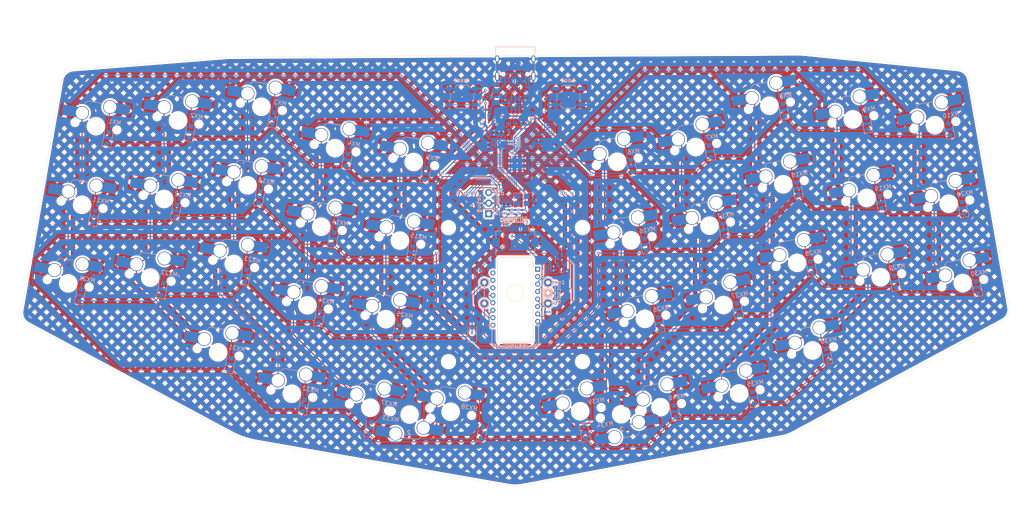
<source format=kicad_pcb>
(kicad_pcb (version 20241229) (generator "pcbnew") (generator_version "9.0")
  (layers (0 "F.Cu" signal) (2 "B.Cu" signal) (13 "F.Paste" user) (15 "B.Paste" user) (5 "F.SilkS" user "F.Silkscreen") (7 "B.SilkS" user "B.Silkscreen") (1 "F.Mask" user) (3 "B.Mask" user) (25 "Edge.Cuts" user))
  (net 0 "")
  (net 1 "ROW0")
  (net 2 "Net-(D1-A)")
  (net 3 "Net-(D2-A)")
  (net 4 "ROW1")
  (net 5 "Net-(D3-A)")
  (net 6 "ROW2")
  (net 7 "Net-(D4-A)")
  (net 8 "ROW3")
  (net 9 "Net-(D5-A)")
  (net 10 "COL0")
  (net 11 "Net-(D6-A)")
  (net 12 "COL1")
  (net 13 "Net-(D7-A)")
  (net 14 "COL2")
  (net 15 "COL3")
  (net 16 "Net-(D8-A)")
  (net 17 "COL4")
  (net 18 "Net-(D9-A)")
  (net 19 "COL5")
  (net 20 "Net-(D10-A)")
  (net 21 "Net-(D11-A)")
  (net 22 "COL6")
  (net 23 "Net-(D12-A)")
  (net 24 "COL7")
  (net 25 "Net-(D13-A)")
  (net 26 "COL8")
  (net 27 "Net-(D14-A)")
  (net 28 "COL9")
  (net 29 "Net-(D15-A)")
  (net 30 "COL10")
  (net 31 "Net-(D16-A)")
  (net 32 "Net-(D17-A)")
  (net 33 "rot_b")
  (net 34 "rot_a")
  (net 35 "Net-(D18-A)")
  (net 36 "GND")
  (net 37 "Net-(D19-A)")
  (net 38 "Net-(D20-A)")
  (net 39 "+3V3")
  (net 40 "Net-(D21-A)")
  (net 41 "XTAL_IN")
  (net 42 "/XTAL_O")
  (net 43 "Net-(D22-A)")
  (net 44 "+1V1")
  (net 45 "Net-(D23-A)")
  (net 46 "+5V")
  (net 47 "Net-(D24-A)")
  (net 48 "Net-(D25-A)")
  (net 49 "VBUS")
  (net 50 "/QSPI_SD1")
  (net 51 "Net-(D26-A)")
  (net 52 "Net-(D27-A)")
  (net 54 "Net-(D28-A)")
  (net 55 "/QSPI_SD2")
  (net 56 "/QSPI_SD0")
  (net 57 "Net-(D29-A)")
  (net 58 "/QSPI_SS")
  (net 59 "Net-(D30-A)")
  (net 60 "Net-(D31-A)")
  (net 61 "/QSPI_SD3")
  (net 62 "/QSPI_SCLK")
  (net 63 "Net-(D32-A)")
  (net 64 "D_USB_N")
  (net 65 "/CC2")
  (net 66 "/CC1")
  (net 68 "Net-(D35-A)")
  (net 70 "D_USB_P")
  (net 71 "Net-(D36-A)")
  (net 72 "/~{USB_BOOT}")
  (net 73 "Net-(D37-A)")
  (net 74 "~{RESET}")
  (net 75 "Net-(D38-A)")
  (net 76 "XTAL_OUT")
  (net 77 "Net-(D39-A)")
  (net 78 "Net-(D40-A)")
  (net 79 "/D_+")
  (net 80 "D_P")
  (net 81 "Net-(D41-A)")
  (net 82 "D_N")
  (net 83 "/D_-")
  (net 84 "SWD")
  (net 85 "SWCLK")
  (net 86 "/GPIO13")
  (net 87 "/GPIO14")
  (net 88 "/GPIO12")
  (net 89 "/GPIO11")
  (net 90 "/GPIO15")
  (net 91 "/GPIO7")
  (net 92 "/GPIO22")
  (net 93 "Net-(U5-VDDPIX)")
  (net 94 "+2V")
  (net 95 "Net-(U5-NRESET)")
  (net 96 "Net-(U5-LED_P)")
  (net 97 "MISO")
  (net 98 "SDA")
  (net 99 "SCL")
  (net 102 "CS")
  (net 104 "SCK")
  (net 105 "MOSI")
  (footprint "PCM_marbastlib-mx:SW_MX_HS_S_CPG151101S11_1u" (layer "F.Cu") (at 197.181435 72.824171 10)
    (property "Reference" "MX17")
    (property "Value" "MX_SW_solder")
  )
  (footprint "PCM_marbastlib-mx:SW_MX_HS_S_CPG151101S11_1u" (layer "F.Cu") (at 218.092221 81.710554 10)
    (property "Reference" "MX28")
    (property "Value" "MX_SW_solder")
  )
  (footprint "PCM_marbastlib-mx:SW_MX_HS_S_CPG151101S11_1u" (layer "F.Cu") (at 119.934401 95.146356 -10)
    (property "Reference" "MX25")
    (property "Value" "MX_SW_solder")
  )
  (footprint "PCM_marbastlib-mx:SW_MX_HS_S_CPG151101S11_1u" (layer "F.Cu") (at 254.290197 67.590324 10)
    (property "Reference" "MX20")
    (property "Value" "MX_SW_solder")
  )
  (footprint "PCM_marbastlib-mx:SW_MX_HS_S_CPG151101S11_1u" (layer "F.Cu") (at 204.24401 112.878025 10)
    (property "Reference" "MX35")
    (property "Value" "MX_SW_solder")
  )
  (footprint "PCM_marbastlib-mx:SW_MX_HS_S_CPG151101S11_1u" (layer "F.Cu") (at 231.394612 47.447587 10)
    (property "Reference" "MX9")
    (property "Value" "MX_SW_solder")
  )
  (footprint "PCM_marbastlib-various:ROT_Alps_EC11E-Switch" (layer "F.Cu") (at 150.8125 88.9 90)
    (property "Reference" "SW2" (hide yes))
    (property "Value" "RotaryEncoder_Switch")
  )
  (footprint "PCM_marbastlib-mx:SW_MX_HS_S_CPG151101S11_1u" (layer "F.Cu") (at 211.476226 44.189379 10)
    (property "Reference" "MX8")
    (property "Value" "MX_SW_solder")
  )
  (footprint "PCM_marbastlib-mx:SW_MX_HS_S_CPG151101S11_1u" (layer "F.Cu") (at 101.173813 91.838358 -10)
    (property "Reference" "MX24")
    (property "Value" "MX_SW_solder")
  )
  (footprint "PCM_marbastlib-mx:SW_MX_HS_S_CPG151101S11_1u" (layer "F.Cu") (at 166.300181 117.130659 10)
    (property "Reference" "MX39")
    (property "Value" "MX_SW_solder")
  )
  (footprint "PCM_marbastlib-mx:SW_MX_HS_S_CPG151101S11_1u" (layer "F.Cu") (at 47.373048 67.843924 -10)
    (property "Reference" "MX11")
    (property "Value" "MX_SW_solder")
  )
  (footprint "PCM_marbastlib-mx:SW_MX_HS_S_CPG151101S11_1u" (layer "F.Cu") (at 123.242399 76.385768 -10)
    (property "Reference" "MX15")
    (property "Value" "MX_SW_solder")
  )
  (footprint "PCM_marbastlib-mx:SW_MX_HS_S_CPG151101S11_1u" (layer "F.Cu") (at 181.761925 95.080362 10)
    (property "Reference" "MX26")
    (property "Value" "MX_SW_solder")
  )
  (footprint "PCM_marbastlib-mx:SW_MX_HS_S_CPG151101S11_1u" (layer "F.Cu") (at 234.70261 66.208175 10)
    (property "Reference" "MX19")
    (property "Value" "MX_SW_solder")
  )
  (footprint "PCM_marbastlib-mx:SW_MX_HS_S_CPG151101S11_1u" (layer "F.Cu") (at 135.368475 117.251062 -10)
    (property "Reference" "MX38")
    (property "Value" "MX_SW_solder")
  )
  (footprint "PCM_marbastlib-mx:SW_MX_HS_S_CPG151101S11_1u" (layer "F.Cu") (at 116.194388 116.288138 -10)
    (property "Reference" "MX37")
    (property "Value" "MX_SW_solder")
  )
  (footprint "PCM_marbastlib-mx:SW_MX_HS_S_CPG151101S11_1u" (layer "F.Cu") (at 175.145929 57.559187 10)
    (property "Reference" "MX6")
    (property "Value" "MX_SW_solder")
  )
  (footprint "PCM_marbastlib-mx:SW_MX_HS_S_CPG151101S11_1u" (layer "F.Cu") (at 126.550396 57.625181 -10)
    (property "Reference" "MX5")
    (property "Value" "MX_SW_solder")
  )
  (footprint "PCM_marbastlib-mx:SW_MX_HS_S_CPG151101S11_1u" (layer "F.Cu") (at 66.960635 66.461775 -10)
    (property "Reference" "MX12")
    (property "Value" "MX_SW_solder")
  )
  (footprint "PCM_marbastlib-mx:SW_MX_HS_S_CPG151101S11_1u" (layer "F.Cu") (at 83.571025 81.964155 -10)
    (property "Reference" "MX23")
    (property "Value" "MX_SW_solder")
  )
  (footprint "PCM_marbastlib-mx:SW_MX_HS_S_CPG151101S11_1u" (layer "F.Cu") (at 238.043688 85.156369 10)
    (property "Reference" "MX29")
    (property "Value" "MX_SW_solder")
  )
  (footprint "PCM_marbastlib-mx:SW_MX_HS_S_CPG151101S11_1u" (layer "F.Cu") (at 104.481811 73.077771 -10)
    (property "Reference" "MX14")
    (property "Value" "MX_SW_solder")
  )
  (footprint "PCM_marbastlib-mx:SW_MX_HS_S_CPG151101S11_1u" (layer "F.Cu") (at 70.268633 47.701187 -10)
    (property "Reference" "MX2")
    (property "Value" "MX_SW_solder")
  )
  (footprint "MountingHole:MountingHole_3.2mm_M3" (layer "F.Cu") (at 166.859205 105.28325)
    (property "Reference" "H4" (hide yes))
    (property "Value" "MountingHole")
  )
  (footprint "PCM_marbastlib-mx:SW_MX_HS_S_CPG151101S11_1u" (layer "F.Cu") (at 90.18702 44.44298 -10)
    (property "Reference" "MX3")
    (property "Value" "MX_SW_solder")
  )
  (footprint "PCM_marbastlib-mx:SW_MX_HS_S_CPG151101S11_1u" (layer "F.Cu") (at 257.631275 86.538518 10)
    (property "Reference" "MX30")
    (property "Value" "MX_SW_solder")
  )
  (footprint "PCM_marbastlib-mx:SW_MX_HS_S_CPG151101S11_1u" (layer "F.Cu") (at 193.873437 54.063583 10)
    (property "Reference" "MX7")
    (property "Value" "MX_SW_solder")
  )
  (footprint "PCM_marbastlib-mx:SW_MX_HS_S_CPG151101S11_1u" (layer "F.Cu") (at 63.652638 85.222363 -10)
    (property "Reference" "MX22")
    (property "Value" "MX_SW_solder")
  )
  (footprint "PCM_marbastlib-mx:SW_MX_HS_S_CPG151101S11_1u" (layer "F.Cu") (at 221.780639 102.62861 10)
    (property "Reference" "MX36")
    (property "Value" "MX_SW_solder")
  )
  (footprint "PCM_marbastlib-mx:SW_MX_HS_S_CPG151101S11_1u" (layer "F.Cu") (at 176.099117 117.852088 -170)
    (property "Reference" "MX34")
    (property "Value" "MX_SW_solder")
  )
  (footprint "MountingHole:MountingHole_3.2mm_M3" (layer "F.Cu") (at 134.853935 105.29062)
    (property "Reference" "H3" (hide yes))
    (property "Value" "MountingHole")
  )
  (footprint "PCM_marbastlib-mx:SW_MX_HS_S_CPG151101S11_1u" (layer "F.Cu") (at 79.849527 103.069816 -10)
    (property "Reference" "MX31")
    (property "Value" "MX_SW_solder")
  )
  (footprint "PCM_marbastlib-mx:SW_MX_HS_S_CPG151101S11_1u" (layer "F.Cu") (at 44.06505 86.604512 -10)
    (property "Reference" "MX21")
    (property "Value" "MX_SW_solder")
  )
  (footprint "PCM_marbastlib-mx:SW_MX_HS_S_CPG151101S11_1u" (layer "F.Cu") (at 250.9822 48.829737 10)
    (property "Reference" "MX10")
    (property "Value" "MX_SW_solder")
  )
  (footprint "PCM_marbastlib-mx:SW_MX_HS_S_CPG151101S11_1u" (layer "F.Cu") (at 125.583036 117.920357 170)
    (property "Reference" "MX33")
    (property "Value" "MX_SW_solder")
  )
  (footprint "PCM_marbastlib-mx:SW_MX_HS_S_CPG151101S11_1u" (layer "F.Cu") (at 107.789809 54.317183 -10)
    (property "Reference" "MX4")
    (property "Value" "MX_SW_solder")
  )
  (footprint "PCM_marbastlib-mx:SW_MX_HS_S_CPG151101S11_1u" (layer "F.Cu") (at 97.452316 112.94402 -10)
    (property "Reference" "MX32")
    (property "Value" "MX_SW_solder")
  )
  (footprint "MountingHole:MountingHole_3.2mm_M3" (layer "F.Cu") (at 166.855645 73.27874)
    (property "Reference" "H2" (hide yes))
    (property "Value" "MountingHole")
  )
  (footprint "PCM_marbastlib-mx:SW_MX_HS_S_CPG151101S11_1u" (layer "F.Cu") (at 86.879022 63.203567 -10)
    (property "Reference" "MX13")
    (property "Value" "MX_SW_solder")
  )
  (footprint "PCM_marbastlib-mx:SW_MX_HS_S_CPG151101S11_1u" (layer "F.Cu") (at 185.474268 116.167735 10)
    (property "Reference" "MX40")
    (property "Value" "MX_SW_solder")
  )
  (footprint "PCM_marbastlib-mx:SW_MX_HS_S_CPG151101S11_1u" (layer "F.Cu") (at 178.453927 76.319774 10)
    (property "Reference" "MX16")
    (property "Value" "MX_SW_solder")
  )
  (footprint "PCM_marbastlib-mx:SW_MX_HS_S_CPG151101S11_1u" (layer "F.Cu") (at 50.681046 49.083337 -10)
    (property "Reference" "MX1")
    (property "Value" "MX_SW_solder")
  )
  (footprint "PCM_marbastlib-mx:SW_MX_HS_S_CPG151101S11_1u" (layer "F.Cu") (at 214.784223 62.949966 10)
    (property "Reference" "MX18")
    (property "Value" "MX_SW_solder")
  )
  (footprint "PCM_marbastlib-mx:SW_MX_HS_S_CPG151101S11_1u" (layer "F.Cu") (at 200.522513 91.772364 10)
    (property "Reference" "MX27")
    (property "Value" "MX_SW_solder")
  )
  (footprint "MountingHole:MountingHole_3.2mm_M3" (layer "F.Cu") (at 134.848345 73.29779)
    (property "Reference" "H1" (hide yes))
    (property "Value" "MountingHole")
  )
  (footprint "Diode_SMD:D_SOD-123F" (layer "B.Cu") (at 221.494652 82.722603 100)
    (property "Reference" "D28" (hide yes))
    (property "Value" "D_Small")
  )
  (footprint "Diode_SMD:D_SOD-123F" (layer "B.Cu") (at 207.646441 113.890074 100)
    (property "Reference" "D35" (hide yes))
    (property "Value" "D_Small")
  )
  (footprint "Capacitor_SMD:C_0402_1005Metric" (layer "B.Cu") (at 156.36875 53.66125 90)
    (property "Reference" "C15" (hide yes))
    (property "Value" "100nF")
  )
  (footprint "Diode_SMD:D_SOD-123F" (layer "B.Cu") (at 181.856358 77.331823 100)
    (property "Reference" "D16" (hide yes))
    (property "Value" "D_Small")
  )
  (footprint "Diode_SMD:D_SOD-123F" (layer "B.Cu") (at 100.303414 115.758735 80)
    (property "Reference" "D32" (hide yes))
    (property "Value" "D_Small")
  )
  (footprint "Resistor_SMD:R_0603_1608Metric" (layer "B.Cu") (at 150.8125 49.2125 -90)
    (property "Reference" "R7" (hide yes))
    (property "Value" "27R")
  )
  (footprint "Diode_SMD:D_SOD-123F" (layer "B.Cu") (at 188.876699 117.179784 100)
    (property "Reference" "D40" (hide yes))
    (property "Value" "D_Small")
  )
  (footprint "Diode_SMD:D_SOD-123F" (layer "B.Cu") (at 203.924944 92.784413 100)
    (property "Reference" "D27" (hide yes))
    (property "Value" "D_Small")
  )
  (footprint "Diode_SMD:D_SOD-123F" (layer "B.Cu") (at 122.785499 97.961071 80)
    (property "Reference" "D25" (hide yes))
    (property "Value" "D_Small")
  )
  (footprint "Resistor_SMD:R_0603_1608Metric" (layer "B.Cu") (at 149.225 49.2125 -90)
    (property "Reference" "R8" (hide yes))
    (property "Value" "27R")
  )
  (footprint "Diode_SMD:D_SOD-123F" (layer "B.Cu") (at 73.119731 50.515902 80)
    (property "Reference" "D2" (hide yes))
    (property "Value" "D_Small")
  )
  (footprint "Diode_SMD:D_SOD-123F" (layer "B.Cu") (at 110.640907 57.131898 80)
    (property "Reference" "D4" (hide yes))
    (property "Value" "D_Small")
  )
  (footprint "Diode_SMD:D_SOD-123F" (layer "B.Cu") (at 50.224146 70.658639 80)
    (property "Reference" "D11" (hide yes))
    (property "Value" "D_Small")
  )
  (footprint "Capacitor_SMD:C_0402_1005Metric" (layer "B.Cu") (at 147.968732 51.636199 90)
    (property "Reference" "C4" (hide yes))
    (property "Value" "1uF")
  )
  (footprint "Diode_SMD:D_SOD-123F" (layer "B.Cu") (at 140.49375 98.425 90)
    (property "Reference" "D41" (hide yes))
    (property "Value" "D_Small")
  )
  (footprint "Diode_SMD:D_SOD-123F" (layer "B.Cu") (at 82.700625 105.884531 80)
    (property "Reference" "D31" (hide yes))
    (property "Value" "D_Small")
  )
  (footprint "W25Q16JVUXIQ:SON50P300X200X60-9N" (layer "B.Cu") (at 157.1625 49.2125 180)
    (property "Reference" "IC1" (hide yes))
    (property "Value" "W25Q16JVUXIQ")
  )
  (footprint "Diode_SMD:D_SOD-123F" (layer "B.Cu") (at 254.384631 49.841786 100)
    (property "Reference" "D10" (hide yes))
    (property "Value" "D_Small")
  )
  (footprint "Diode_SMD:D_SOD-123F" (layer "B.Cu") (at 214.878657 45.201428 100)
    (property "Reference" "D8" (hide yes))
    (property "Value" "D_Small")
  )
  (footprint "Connector_USB:USB_C_Receptacle_HRO_TYPE-C-31-M-12" (layer "B.Cu") (at 150.8125 34.055)
    (property "Reference" "J1" (hide yes))
    (property "Value" "USB_C_Receptacle_USB2.0")
  )
  (footprint "Diode_SMD:D_SOD-123F" (layer "B.Cu") (at 167.406013 122.163183 100)
    (property "Reference" "D39" (hide yes))
    (property "Value" "D_Small")
  )
  (footprint "Fuse:Fuse_1206_3216Metric" (layer "B.Cu") (at 146.05 42.06875 -90)
    (property "Reference" "F1" (hide yes))
    (property "Value" "500mA")
  )
  (footprint "Diode_SMD:D_SOD-123F" (layer "B.Cu") (at 178.54836 58.571236 100)
    (property "Reference" "D6" (hide yes))
    (property "Value" "D_Small")
  )
  (footprint "Capacitor_SMD:C_0402_1005Metric" (layer "B.Cu") (at 144.4625 45.14375)
    (property "Reference" "C16" (hide yes))
    (property "Value" "1uF")
  )
  (footprint "Resistor_SMD:R_0402_1005Metric" (layer "B.Cu") (at 142.875 83.54375 180)
    (property "Reference" "R10" (hide yes))
    (property "Value" "39")
  )
  (footprint "Diode_SMD:D_SOD-123F" (layer "B.Cu") (at 218.186654 63.962015 100)
    (property "Reference" "D18" (hide yes))
    (property "Value" "D_Small")
  )
  (footprint "Diode_SMD:D_SOD-123F" (layer "B.Cu") (at 126.093497 79.200483 80)
    (property "Reference" "D15" (hide yes))
    (property "Value" "D_Small")
  )
  (footprint "Ariamelon-Package:SOT-23-3" (layer "B.Cu") (at 161.925 80.9625 90)
    (property "Reference" "U4" (hide yes))
    (property "Value" "XC6206P202MR" (hide yes))
  )
  (footprint "Capacitor_SMD:C_0402_1005Metric" (layer "B.Cu") (at 161.925248 78.331937 180)
    (property "Reference" "C20" (hide yes))
    (property "Value" "4u7")
  )
  (footprint "Sleep-lib:RP2040-QFN-56" (layer "B.Cu") (at 151.2425 57.94375 180)
    (property "Reference" "U3" (hide yes))
    (property "Value" "RP2040")
  )
  (footprint "Capacitor_SMD:C_0402_1005Metric" (layer "B.Cu") (at 145.263796 58.948805 180)
    (property "Reference" "C11" (hide yes))
    (property "Value" "100nF")
  )
  (footprint "Capacitor_SMD:C_0402_1005Metric" (layer "B.Cu") (at 158.75 83.54375 180)
    (property "Reference" "C19" (hide yes))
    (property "Value" "100n")
  )
  (footprint "Diode_SMD:D_SOD-123F" (layer "B.Cu") (at 225.18307 103.640659 100)
    (property "Reference" "D36" (hide yes))
    (property "Value" "D_Small")
  )
  (footprint "Diode_SMD:D_SOD-123F" (layer "B.Cu") (at 238.105041 67.220224 100)
    (property "Reference" "D19" (hide yes))
    (property "Value" "D_Small")
  )
  (footprint "Diode_SMD:D_SOD-123F" (layer "B.Cu") (at 142.875 122.2375 80)
    (property "Reference" "D38" (hide yes))
    (property "Value" "D_Small")
  )
  (footprint "Button_Switch_SMD:SW_SPST_TL3342" (layer "B.Cu") (at 163.5125 42.06875)
    (property "Reference" "SW1" (hide yes))
    (property "Value" "boot")
  )
  (footprint "Resistor_SMD:R_0402_1005Metric" (layer "B.Cu") (at 152.4 69.56625 -90)
    (property "Reference" "R12" (hide yes))
    (property "Value" "4k7")
  )
  (footprint "Capacitor_SMD:C_0402_1005Metric" (layer "B.Cu") (at 155.12791 66.675957 90)
    (property "Reference" "C2" (hide yes))
    (property "Value" "22pF")
  )
  (footprint "Capacitor_SMD:C_0402_1005Metric" (layer "B.Cu") (at 144.4625 51.1 180)
    (property "Reference" "C17" (hide yes))
    (property "Value" "1uF")
  )
  (footprint "Diode_SMD:D_SOD-123F" (layer "B.Cu") (at 197.275868 55.075632 100)
    (property "Reference" "D7" (hide yes))
    (property "Value" "D_Small")
  )
  (footprint "Capacitor_SMD:C_0402_1005Metric" (layer "B.Cu") (at 158.75 82.55)
    (property "Reference" "C18" (hide yes))
    (property "Value" "4u7")
  )
  (footprint "Diode_SMD:D_SOD-123F" (layer "B.Cu") (at 89.73012 66.018282 80)
    (property "Reference" "D13" (hide yes))
    (property "Value" "D_Small")
  )
  (footprint "Diode_SMD:D_SOD-123F" (layer "B.Cu") (at 200.583866 73.83622 100)
    (property "Reference" "D17" (hide yes))
    (property "Value" "D_Small")
  )
  (footprint "Capacitor_SMD:C_0402_1005Metric" (layer "B.Cu") (at 146.940809 51.646373 90)
    (property "Reference" "C8" (hide yes))
    (property "Value" "1uF")
  )
  (footprint "Diode_SMD:D_SOD-123F" (layer "B.Cu") (at 69.811733 69.27649 80)
    (property "Reference" "D12" (hide yes))
    (property "Value" "D_Small")
  )
  (footprint "Diode_SMD:D_SOD-123F" (layer "B.Cu") (at 53.532144 51.898052 80)
    (property "Reference" "D1" (hide yes))
    (property "Value" "D_Small")
  )
  (footprint "Package_TO_SOT_SMD:SOT-23-6" (layer "B.Cu") (at 150.8125 43.65625 90)
    (property "Reference" "U1" (hide yes))
    (property "Value" "USBLC6-2SC6")
  )
  (footprint "Resistor_SMD:R_0402_1005Metric" (layer "B.Cu") (at 150.8125 69.56625 -90)
    (property "Reference" "R13" (hide yes))
    (property "Value" "4k7")
  )
  (footprint "Capacitor_SMD:C_0402_1005Metric" (layer "B.Cu") (at 155.962331 47.306956)
    (property "Reference" "C1" (hide yes))
    (property "Value" "100nF")
  )
  (footprint "Capacitor_SMD:C_0402_1005Metric" (layer "B.Cu") (at 145.474723 54.044548 180)
    (property "Reference" "C9" (hide yes))
    (property "Value" "100nF")
  )
  (footprint "Diode_SMD:D_SOD-123F" (layer "B.Cu") (at 86.422123 84.77887 80)
    (property "Reference" "D23" (hide yes))
    (property "Value" "D_Small")
  )
  (footprint "Resistor_SMD:R_0402_1005Metric" (layer "B.Cu") (at 148.43125 41.275 -90)
    (property "Reference" "R3" (hide yes))
    (property "Value" "5k1")
  )
  (footprint "Capacitor_SMD:C_0402_1005Metric" (layer "B.Cu") (at 157.170046 58.948805)
    (property "Reference" "C12" (hide yes))
    (property "Value" "100nF")
  )
  (footprint "Diode_SMD:D_SOD-123F" (layer "B.Cu") (at 241.446119 86.168418 100)
    (property "Reference" "D29" (hide yes))
    (property "Value" "D_Small")
  )
  (footprint "Resistor_SMD:R_0402_1005Metric" (layer "B.Cu") (at 157.95625 93.94625 90)
    (property "Reference" "R9" (hide yes))
    (property "Value" "10k")
  )
  (footprint "Capacitor_SMD:C_0402_1005Metric" (layer "B.Cu") (at 161.925 83.74375 180)
    (property "Reference" "C21" (hide yes))
    (property "Value" "4u7")
  )
  (footprint "Crystal:Crystal_SMD_3225-4Pin_3.2x2.5mm" (layer "B.Cu") (at 152.4 66.675)
    (property "Reference" "Y1" (hide yes))
    (property "Value" "12MHz")
  )
  (footprint "Button_Switch_SMD:SW_SPST_TL3342" (layer "B.Cu") (at 138.1125 42.06875 180)
    (property "Reference" "SWR1" (hide yes))
    (property "Value" "Reset")
  )
  (footprint "Capacitor_SMD:C_0402_1005Metric" (layer "B.Cu") (at 145.475013 52.993014 180)
    (property "Reference" "C14" (hide yes))
    (property "Value" "100nF")
  )
  (footprint "Diode_SMD:D_SOD-123F" (layer "B.Cu") (at 46.916148 89.419227 80)
    (property "Reference" "D21" (hide yes))
    (property "Value" "D_Small")
  )
  (footprint "Diode_SMD:D_SOD-123F" (layer "B.Cu") (at 107.332909 75.892486 80)
    (property "Reference" "D14" (hide yes))
    (property "Value" "D_Small")
  )
  (footprint "Resistor_SMD:R_0402_1005Metric" (layer "B.Cu") (at 143.66875 42.06875 -90)
    (property "Reference" "R5" (hide yes))
    (property "Value" "5.1k")
  )
  (footprint "Diode_SMD:D_SOD-123F" (layer "B.Cu") (at 66.503736 88.037078 80)
    (property "Reference" "D22" (hide yes))
    (property "Value" "D_Small")
  )
  (footprint "Resistor_SMD:R_0402_1005Metric" (layer "B.Cu") (at 153.19375 41.275 -90)
    (property "Reference" "R4" (hide yes))
    (property "Value" "5k1")
  )
  (footprint "Capacitor_SMD:C_0402_1005Metric" (layer "B.Cu") (at 149.682815 66.675 90)
    (property "Reference" "C3" (hide yes))
    (property "Value" "22pF")
  )
  (footprint "Diode_SMD:D_SOD-123F" (layer "B.Cu") (at 185.164356 96.092411 100)
    (property "Reference" "D26" (hide yes))
    (property "Value" "D_Small")
  )
  (footprint "Package_TO_SOT_SMD:SOT-23" (layer "B.Cu") (at 144.4625 47.625 90)
    (property "Reference" "U2" (hide yes))
    (property "Value" "XC6206PxxxMR-Regulator_Linear")
  )
  (footprint "Capacitor_SMD:C_0402_1005Metric" (layer "B.Cu") (at 148.609539 66.692358 -90)
    (property "Reference" "C10" (hide yes))
    (property "Value" "100nF")
  )
  (footprint "Ariamelon-Connector:VIK_Cirque_Horizontal" (layer "B.Cu") (at 150.8125 75.40625 180)
    (property "Reference" "J2" (hide yes))
    (property "Value" "VIK Cirque Connector")
  )
  (footprint "Diode_SMD:D_SOD-123F" (layer "B.Cu") (at 234.797043 48.459636 100)
    (property "Reference" "D9" (hide yes))
    (property "Value" "D_Small")
  )
  (footprint "Diode_SMD:D_SOD-123F" (layer "B.Cu") (at 104.024911 94.653073 80)
    (property "Reference" "D24" (hide yes))
    (property "Value" "D_Small")
  )
  (footprint "Capacitor_SMD:C_0402_1005Metric" (layer "B.Cu") (at 144.4625 50.10625)
    (property "Reference" "C7" (hide yes))
    (property "Value" "10uF")
  )
  (footprint "Diode_SMD:D_SOD-123F" (layer "B.Cu") (at 116.067649 121.114083 80)
    (property "Reference" "D37" (hide yes))
    (property "Value" "D_Small")
  )
  (footprint "Connector_PinHeader_2.54mm:PinHeader_1x03_P2.54mm_Vertical" (layer "B.Cu") (at 144.4625 69.99375)
    (property "Reference" "SWD1" (hide yes))
    (property "Value" "Conn_01x03_Female")
  )
  (footprint "Diode_SMD:D_SOD-123F" (layer "B.Cu") (at 129.401494 60.439896 80)
    (property "Reference" "D5" (hide yes))
    (property "Value" "D_Small")
  )
  (footprint "Capacitor_SMD:C_0402_1005Metric" (layer "B.Cu") (at 152.221837 49.210534 90)
    (property "Reference" "C13" (hide yes))
    (property "Value" "100nF")
  )
  (footprint "Resistor_SMD:R_0402_1005Metric" (layer "B.Cu") (at 149.225 69.56625 90)
    (property "Reference" "R11" (hide yes))
    (property "Value" "10k")
  )
  (footprint "Resistor_SMD:R_0402_1005Metric" (layer "B.Cu") (at 152.4 64.29375)
    (property "Reference" "R6" (hide yes))
    (property "Value" "1k")
  )
  (footprint "Diode_SMD:D_SOD-123F" (layer "B.Cu") (at 93.038118 47.257695 80)
    (property "Reference" "D3" (hide yes))
    (property "Value" "D_Small")
  )
  (footprint "Capacitor_SMD:C_0402_1005Metric" (layer "B.Cu") (at 147.62278 66.684935 -90)
    (property "Reference" "C6" (hide yes))
    (property "Value" "100nF")
  )
  (footprint "Diode_SMD:D_SOD-123F" (layer "B.Cu") (at 257.692628 68.602373 100)
    (property "Reference" "D20" (hide yes))
    (property "Value" "D_Small")
  )
  (footprint "Resistor_SMD:R_0402_1005Metric" (layer "B.Cu") (at 157.95625 42.06875 90)
    (property "Reference" "R2" (hide yes))
    (property "Value" "1k")
  )
  (footprint "Ariamelon-Package:PixArt_PMW3360DM-T2QU" (layer "B.Cu") (at 150.800243 88.884438 180)
    (property "Reference" "U5" (hide yes))
    (property "Value" "PMW3360DM-T2QU_1")
  )
  (footprint "Capacitor_SMD:C_0402_1005Metric" (layer "B.Cu") (at 153.29375 49.2125 90)
    (property "Reference" "C5" (hide yes))
    (property "Value" "100nF")
  )
  (footprint "Diode_SMD:D_SOD-123F" (layer "B.Cu") (at 261.033706 87.550567 100)
    (property "Reference" "D30" (hide yes))
    (property "Value" "D_Small")
  )
  (gr_line (start 156.36875 101.6) (end 153.9875 101.6) (stroke (width 0.2)) (layer "B.SilkS"))
  (gr_line (start 143.414068 91.393713) (end 143.418896 86.406748) (stroke (width 0.2)) (layer "B.SilkS"))
  (gr_circle (center 158.604313 86.40487) (end 159.704313 86.40487) (stroke (width 0.3)) (fill no) (layer "B.SilkS"))
  (gr_circle (center 143.414068 91.393713) (end 144.514068 91.393713) (stroke (width 0.3)) (fill no) (layer "B.SilkS"))
  (gr_circle (center 158.61022 91.391324) (end 159.71022 91.391324) (stroke (width 0.3)) (fill no) (layer "B.SilkS"))
  (gr_line (start 160.3375 91.28125) (end 160.3375 86.51875) (stroke (width 0.2)) (layer "B.SilkS"))
  (gr_circle (center 143.418896 86.406748) (end 144.518896 86.406748) (stroke (width 0.3)) (fill no) (layer "B.SilkS"))
  (gr_line (start 160.3375 88.9) (end 158.75 88.9) (stroke (width 0.2)) (layer "B.SilkS"))
  (gr_rect (start 157.82675 88.127833) (end 159.41425 89.715333) (stroke (width 0.6)) (fill no) (layer "B.SilkS"))
  (gr_line (start 160.3375 86.51875) (end 158.75 86.51875) (stroke (width 0.2)) (layer "B.SilkS"))
  (gr_line (start 160.3375 91.28125) (end 158.75 91.28125) (stroke (width 0.2)) (layer "B.SilkS"))
  (gr_line (start 147.6375 101.6) (end 145.25625 101.6) (stroke (width 0.2)) (layer "B.SilkS"))
  (gr_line (start 145.25625 96.8375) (end 145.25625 101.6) (stroke (width 0.2)) (layer "B.SilkS"))
  (gr_line (start 156.36875 96.04375) (end 156.36875 101.6) (stroke (width 0.2)) (layer "B.SilkS"))
  (gr_line (start 256.49973 35.492473) (end 220.125564 31.855056) (stroke (width 0.05)) (layer "Edge.Cuts"))
  (gr_arc (start 81.811859 32.602801) (mid 82.550587 32.557441) (end 83.290487 32.539445) (stroke (width 0.05)) (layer "Edge.Cuts"))
  (gr_arc (start 256.49973 35.492473) (mid 258.242361 36.279008) (end 259.155971 37.958507) (stroke (width 0.05)) (layer "Edge.Cuts"))
  (gr_arc (start 146.562501 80.871183) (mid 146.708917 80.517599) (end 147.062499 80.37118) (stroke (width 0.1)) (layer "Edge.Cuts"))
  (gr_arc (start 218.019213 31.756138) (mid 219.073693 31.777817) (end 220.125564 31.855056) (stroke (width 0.05)) (layer "Edge.Cuts"))
  (gr_line (start 155.062501 80.87118) (end 155.062501 100.0625) (stroke (width 0.1)) (layer "Edge.Cuts"))
  (gr_line (start 268.706093 92.320741) (end 259.155971 37.958507) (stroke (width 0.05)) (layer "Edge.Cuts"))
  (gr_line (start 34.449143 96.273793) (end 82.8836 122.298278) (stroke (width 0.05)) (layer "Edge.Cuts"))
  (gr_line (start 152.416489 134.934408) (end 152.351161 134.944592) (stroke (width 0.05)) (layer "Edge.Cuts"))
  (gr_line (start 88.902305 124.381028) (end 149.225 134.9375) (stroke (width 0.05)) (layer "Edge.Cuts"))
  (gr_line (start 152.416489 134.934408) (end 152.4 134.9375) (stroke (width 0.05)) (layer "Edge.Cuts"))
  (gr_arc (start 154.562501 80.37118) (mid 154.916054 80.517627) (end 155.062501 80.87118) (stroke (width 0.1)) (layer "Edge.Cuts"))
  (gr_arc (start 34.449143 96.273793) (mid 33.171753 94.944268) (end 32.913166 93.118755) (stroke (width 0.05)) (layer "Edge.Cuts"))
  (gr_line (start 32.913166 93.118755) (end 42.465126 38.011291) (stroke (width 0.05)) (layer "Edge.Cuts"))
  (gr_line (start 45.181814 35.533205) (end 81.811859 32.602801) (stroke (width 0.05)) (layer "Edge.Cuts"))
  (gr_line (start 154.562501 80.37118) (end 147.062499 80.37118) (stroke (width 0.1)) (layer "Edge.Cuts"))
  (gr_arc (start 147.062501 100.562499) (mid 146.708947 100.416052) (end 146.5625 100.062498) (stroke (width 0.1)) (layer "Edge.Cuts"))
  (gr_line (start 267.171288 95.482498) (end 217.266062 122.297246) (stroke (width 0.05)) (layer "Edge.Cuts"))
  (gr_arc (start 217.266062 122.297246) (mid 215.860228 122.91853) (end 214.375791 123.317039) (stroke (width 0.05)) (layer "Edge.Cuts"))
  (gr_line (start 149.269931 134.944507) (end 149.225 134.9375) (stroke (width 0.05)) (layer "Edge.Cuts"))
  (gr_arc (start 42.465126 38.011291) (mid 43.399296 36.307233) (end 45.181814 35.533205) (stroke (width 0.05)) (layer "Edge.Cuts"))
  (gr_line (start 83.290487 32.539445) (end 218.019213 31.756138) (stroke (width 0.05)) (layer "Edge.Cuts"))
  (gr_line (start 214.375791 123.317039) (end 152.4 134.9375) (stroke (width 0.05)) (layer "Edge.Cuts"))
  (gr_arc (start 88.902305 124.381028) (mid 85.809516 123.580767) (end 82.8836 122.298278) (stroke (width 0.05)) (layer "Edge.Cuts"))
  (gr_arc (start 155.062501 100.0625) (mid 154.916025 100.416024) (end 154.5625 100.5625) (stroke (width 0.1)) (layer "Edge.Cuts"))
  (gr_line (start 147.062501 100.562499) (end 154.5625 100.5625) (stroke (width 0.1)) (layer "Edge.Cuts"))
  (gr_line (start 146.562501 80.871183) (end 146.5625 100.062498) (stroke (width 0.1)) (layer "Edge.Cuts"))
  (gr_arc (start 268.706093 92.320741) (mid 268.450169 94.149906) (end 267.171288 95.482498) (stroke (width 0.05)) (layer "Edge.Cuts"))
  (gr_arc (start 152.351161 134.944592) (mid 150.810542 135.063939) (end 149.269931 134.944507) (stroke (width 0.05)) (layer "Edge.Cuts"))
  (gr_text "dio" (at 147.04375 65.0875 0) (layer "B.SilkS") (effects (font (size 1 1) (thickness 0.2) (bold yes)) (justify mirror)))
  (gr_text "2" (at 176.2125 121.44375 0) (layer "B.SilkS") (effects (font (size 1 1) (thickness 0.2) (bold yes)) (justify mirror)))
  (gr_text "encoder" (at 161.13125 88.9 90) (layer "B.SilkS") (effects (font (size 1 1) (thickness 0.2) (bold yes)) (justify mirror)))
  (gr_text "reset" (at 138.1125 38.1 0) (layer "B.SilkS") (effects (font (size 1 1) (thickness 0.2) (bold yes)) (justify mirror)))
  (gr_text "boot" (at 163.5125 38.1 0) (layer "B.SilkS") (effects (font (size 1 1) (thickness 0.2) (bold yes)) (justify mirror)))
  (gr_text "debug" (at 142.08125 67.46875 90) (layer "B.SilkS") (effects (font (size 1 1) (thickness 0.2) (bold yes)) (justify mirror)))
  (gr_text "2" (at 125.4125 122.2375 0) (layer "B.SilkS") (effects (font (size 1 1) (thickness 0.2) (bold yes)) (justify mirror)))
  (gr_text "clk" (at 147.04375 69.85 0) (layer "B.SilkS") (effects (font (size 1 1) (thickness 0.2) (bold yes)) (justify mirror)))
  (gr_text "SENSOR" (at 150.8125 101.6 0) (layer "B.SilkS" knockout) (effects (font (size 1 1) (thickness 0.2) (bold yes)) (justify mirror)))
  (segment (start 147.003279 46.671721) (end 155.415471 46.671721) (width 0.25) (layer "F.Cu") (net 1))
  (segment (start 155.415471 46.671721) (end 169.06875 60.325) (width 0.25) (layer "F.Cu") (net 1))
  (segment (start 133.35 60.325) (end 147.003279 46.671721) (width 0.25) (layer "F.Cu") (net 1))
  (via (at 133.35 60.325) (size 0.6) (drill 0.3) (layers "F.Cu" "B.Cu") (net 1))
  (via (at 169.06875 60.325) (size 0.6) (drill 0.3) (layers "F.Cu" "B.Cu") (net 1))
  (segment (start 133.35 60.325) (end 131.856373 61.818627) (width 0.2) (layer "B.Cu") (net 1))
  (segment (start 194.023371 59.949967) (end 197.518975 56.454363) (width 0.25) (layer "B.Cu") (net 1))
  (segment (start 131.856373 61.818627) (end 129.158387 61.818627) (width 0.2) (layer "B.Cu") (net 1))
  (segment (start 113.705798 61.818627) (end 129.158387 61.818627) (width 0.25) (layer "B.Cu") (net 1))
  (segment (start 178.791467 59.949967) (end 194.023371 59.949967) (width 0.25) (layer "B.Cu") (net 1))
  (segment (start 178.791467 59.949967) (end 178.416434 60.325) (width 0.25) (layer "B.Cu") (net 1))
  (segment (start 236.4223 51.220517) (end 254.627738 51.220517) (width 0.25) (layer "B.Cu") (net 1))
  (segment (start 137.51875 57.74375) (end 135.93125 57.74375) (width 0.2) (layer "B.Cu") (net 1))
  (segment (start 197.518975 56.454363) (end 205.24756 56.454363) (width 0.25) (layer "B.Cu") (net 1))
  (segment (start 137.51875 57.74375) (end 137.505981 57.74375) (width 0.2) (layer "B.Cu") (net 1))
  (segment (start 71.494474 53.276783) (end 72.876624 51.894633) (width 0.25) (layer "B.Cu") (net 1))
  (segment (start 169.06875 60.325) (end 178.416434 60.325) (width 0.25) (layer "B.Cu") (net 1))
  (segment (start 135.93125 57.74375) (end 133.35 60.325) (width 0.2) (layer "B.Cu") (net 1))
  (segment (start 235.04015 49.838367) (end 236.4223 51.220517) (width 0.25) (layer "B.Cu") (net 1))
  (segment (start 110.3978 58.510629) (end 113.705798 61.818627) (width 0.25) (layer "B.Cu") (net 1))
  (segment (start 218.379972 49.838367) (end 235.04015 49.838367) (width 0.25) (layer "B.Cu") (net 1))
  (segment (start 215.121764 46.580159) (end 218.379972 49.838367) (width 0.25) (layer "B.Cu") (net 1))
  (segment (start 102.669214 58.510629) (end 110.3978 58.510629) (width 0.25) (layer "B.Cu") (net 1))
  (segment (start 72.876624 51.894633) (end 89.536804 51.894633) (width 0.25) (layer "B.Cu") (net 1))
  (segment (start 53.289037 53.276783) (end 71.494474 53.276783) (width 0.25) (layer "B.Cu") (net 1))
  (segment (start 205.24756 56.454363) (end 215.121764 46.580159) (width 0.25) (layer "B.Cu") (net 1))
  (segment (start 92.795011 48.636426) (end 102.669214 58.510629) (width 0.25) (layer "B.Cu") (net 1))
  (segment (start 147.805 57.74375) (end 137.51875 57.74375) (width 0.2) (layer "B.Cu") (net 1))
  (segment (start 89.536804 51.894633) (end 92.795011 48.636426) (width 0.25) (layer "B.Cu") (net 1))
  (segment (start 54.06459 45.22158) (end 53.260164 49.783701) (width 0.25) (layer "B.Cu") (net 2))
  (segment (start 53.260164 49.783701) (end 53.775251 50.519321) (width 0.25) (layer "B.Cu") (net 2))
  (segment (start 72.847751 48.40155) (end 73.362838 49.137171) (width 0.25) (layer "B.Cu") (net 3))
  (segment (start 73.652177 43.83943) (end 72.847751 48.40155) (width 0.25) (layer "B.Cu") (net 3))
  (segment (start 159.54375 103.1875) (end 170.672707 92.058543) (width 0.25) (layer "F.Cu") (net 4))
  (segment (start 131.95625 79.375) (end 131.95625 92.662466) (width 0.25) (layer "F.Cu") (net 4))
  (segment (start 170.672707 79.358543) (end 170.672707 92.058543) (width 0.25) (layer "F.Cu") (net 4))
  (segment (start 131.95625 92.662466) (end 142.481284 103.1875) (width 0.25) (layer "F.Cu") (net 4))
  (segment (start 142.481284 103.1875) (end 159.54375 103.1875) (width 0.25) (layer "F.Cu") (net 4))
  (via (at 170.672707 79.358543) (size 0.6) (drill 0.3) (layers "F.Cu" "B.Cu") (net 4))
  (via (at 131.95625 79.375) (size 0.6) (drill 0.3) (layers "F.Cu" "B.Cu") (net 4))
  (segment (start 170.689164 79.375) (end 170.672707 79.358543) (width 0.25) (layer "B.Cu") (net 4))
  (segment (start 168.899492 61.004271) (end 177.101482 61.004271) (width 0.2) (layer "B.Cu") (net 4))
  (segment (start 125.85039 80.579214) (end 130.752036 80.579214) (width 0.25) (layer "B.Cu") (net 4))
  (segment (start 110.741714 80.579214) (end 125.85039 80.579214) (width 0.25) (layer "B.Cu") (net 4))
  (segment (start 107.089802 77.271217) (end 107.433717 77.271217) (width 0.25) (layer "B.Cu") (net 4))
  (segment (start 185.302091 69.20488) (end 185.302091 75.507928) (width 0.2) (layer "B.Cu") (net 4))
  (segment (start 239.730297 69.981104) (end 257.935735 69.981104) (width 0.25) (layer "B.Cu") (net 4))
  (segment (start 49.981039 72.03737) (end 68.186477 72.03737) (width 0.25) (layer "B.Cu") (net 4))
  (segment (start 208.555556 75.214951) (end 218.429761 65.340746) (width 0.25) (layer "B.Cu") (net 4))
  (segment (start 182.099465 78.710554) (end 181.435019 79.375) (width 0.25) (layer "B.Cu") (net 4))
  (segment (start 170.689164 79.375) (end 181.435019 79.375) (width 0.25) (layer "B.Cu") (net 4))
  (segment (start 238.348148 68.598955) (end 239.730297 69.981104) (width 0.25) (layer "B.Cu") (net 4))
  (segment (start 221.68797 68.598955) (end 238.348148 68.598955) (width 0.25) (layer "B.Cu") (net 4))
  (segment (start 68.186477 72.03737) (end 69.568626 70.655221) (width 0.25) (layer "B.Cu") (net 4))
  (segment (start 154.68 57.74375) (end 165.638971 57.74375) (width 0.2) (layer "B.Cu") (net 4))
  (segment (start 218.429761 65.340746) (end 221.68797 68.598955) (width 0.25) (layer "B.Cu") (net 4))
  (segment (start 182.099465 78.710554) (end 197.33137 78.710554) (width 0.25) (layer "B.Cu") (net 4))
  (segment (start 86.228805 70.655221) (end 89.487013 67.397013) (width 0.25) (layer "B.Cu") (net 4))
  (segment (start 99.361217 77.271217) (end 107.089802 77.271217) (width 0.25) (layer "B.Cu") (net 4))
  (segment (start 107.433717 77.271217) (end 110.741714 80.579214) (width 0.25) (layer "B.Cu") (net 4))
  (segment (start 89.487013 67.397013) (end 99.361217 77.271217) (width 0.25) (layer "B.Cu") (net 4))
  (segment (start 185.302091 75.507928) (end 182.099465 78.710554) (width 0.2) (layer "B.Cu") (net 4))
  (segment (start 177.101482 61.004271) (end 185.302091 69.20488) (width 0.2) (layer "B.Cu") (net 4))
  (segment (start 69.568626 70.655221) (end 86.228805 70.655221) (width 0.25) (layer "B.Cu") (net 4))
  (segment (start 200.826973 75.214951) (end 208.555556 75.214951) (width 0.25) (layer "B.Cu") (net 4))
  (segment (start 130.752036 80.579214) (end 131.95625 79.375) (width 0.25) (layer "B.Cu") (net 4))
  (segment (start 165.638971 57.74375) (end 168.899492 61.004271) (width 0.2) (layer "B.Cu") (net 4))
  (segment (start 197.33137 78.710554) (end 200.826973 75.214951) (width 0.25) (layer "B.Cu") (net 4))
  (segment (start 92.766138 45.143343) (end 93.281225 45.878964) (width 0.25) (layer "B.Cu") (net 5))
  (segment (start 93.570564 40.581223) (end 92.766138 45.143343) (width 0.25) (layer "B.Cu") (net 5))
  (segment (start 200.860053 97.471142) (end 204.168051 94.163144) (width 0.25) (layer "B.Cu") (net 6))
  (segment (start 66.260629 89.415809) (end 82.920808 89.415809) (width 0.25) (layer "B.Cu") (net 6))
  (segment (start 185.407463 97.471142) (end 200.860053 97.471142) (width 0.25) (layer "B.Cu") (net 6))
  (segment (start 243.071375 88.929298) (end 261.276813 88.929298) (width 0.25) (layer "B.Cu") (net 6))
  (segment (start 142.26875 101.6) (end 158.368274 101.6) (width 0.25) (layer "B.Cu") (net 6))
  (segment (start 204.168051 94.163144) (end 211.675949 94.163144) (width 0.25) (layer "B.Cu") (net 6))
  (segment (start 221.737759 84.101334) (end 225.183574 87.547149) (width 0.25) (layer "B.Cu") (net 6))
  (segment (start 122.542392 99.339802) (end 140.008552 99.339802) (width 0.25) (layer "B.Cu") (net 6))
  (segment (start 46.673041 90.797958) (end 64.87848 90.797958) (width 0.25) (layer "B.Cu") (net 6))
  (segment (start 82.920808 89.415809) (end 86.179016 86.157601) (width 0.25) (layer "B.Cu") (net 6))
  (segment (start 211.675949 94.163144) (end 221.737759 84.101334) (width 0.25) (layer "B.Cu") (net 6))
  (segment (start 168.806645 61.47711) (end 165.473285 58.14375) (width 0.2) (layer "B.Cu") (net 6))
  (segment (start 158.368274 101.6) (end 168.806645 91.16163) (width 0.2) (layer "B.Cu") (net 6))
  (segment (start 168.806645 91.16163) (end 168.806645 61.47711) (width 0.2) (layer "B.Cu") (net 6))
  (segment (start 165.473285 58.14375) (end 154.68 58.14375) (width 0.2) (layer "B.Cu") (net 6))
  (segment (start 225.183574 87.547149) (end 241.689226 87.547149) (width 0.25) (layer "B.Cu") (net 6))
  (segment (start 181.278605 101.6) (end 185.407463 97.471142) (width 0.25) (layer "B.Cu") (net 6))
  (segment (start 140.008552 99.339802) (end 140.49375 99.825) (width 0.25) (layer "B.Cu") (net 6))
  (segment (start 96.053219 96.031804) (end 103.781804 96.031804) (width 0.25) (layer "B.Cu") (net 6))
  (segment (start 64.87848 90.797958) (end 66.260629 89.415809) (width 0.25) (layer "B.Cu") (net 6))
  (segment (start 107.089802 99.339802) (end 122.542392 99.339802) (width 0.25) (layer "B.Cu") (net 6))
  (segment (start 140.49375 99.825) (end 142.26875 101.6) (width 0.25) (layer "B.Cu") (net 6))
  (segment (start 158.368274 101.6) (end 181.278605 101.6) (width 0.25) (layer "B.Cu") (net 6))
  (segment (start 241.689226 87.547149) (end 243.071375 88.929298) (width 0.25) (layer "B.Cu") (net 6))
  (segment (start 103.781804 96.031804) (end 107.089802 99.339802) (width 0.25) (layer "B.Cu") (net 6))
  (segment (start 86.179016 86.157601) (end 96.053219 96.031804) (width 0.25) (layer "B.Cu") (net 6))
  (segment (start 110.368927 55.017546) (end 110.884014 55.753167) (width 0.25) (layer "B.Cu") (net 7))
  (segment (start 111.173353 50.455426) (end 110.368927 55.017546) (width 0.25) (layer "B.Cu") (net 7))
  (segment (start 132.040521 81.478229) (end 102.965775 81.478229) (width 0.2) (layer "B.Cu") (net 8))
  (segment (start 132.55625 63.271936) (end 132.55625 80.9625) (width 0.2) (layer "B.Cu") (net 8))
  (segment (start 35.525114 86.566139) (end 56.222237 107.263262) (width 0.2) (layer "B.Cu") (net 8))
  (segment (start 142.631893 123.616231) (end 167.724357 123.616231) (width 0.25) (layer "B.Cu") (net 8))
  (segment (start 115.824542 122.492814) (end 110.469194 117.137466) (width 0.2) (layer "B.Cu") (net 8))
  (segment (start 41.854062 75.44155) (end 35.525114 81.770497) (width 0.2) (layer "B.Cu") (net 8))
  (segment (start 207.889548 115.268805) (end 204.599838 118.558515) (width 0.25) (layer "B.Cu") (net 8))
  (segment (start 92.331722 117.137466) (end 100.060307 117.137466) (width 0.25) (layer "B.Cu") (net 8))
  (segment (start 189.119806 118.558515) (end 185.64959 122.028731) (width 0.25) (layer "B.Cu") (net 8))
  (segment (start 189.119806 118.558515) (end 182.016769 125.661552) (width 0.25) (layer "B.Cu") (net 8))
  (segment (start 35.525114 81.770497) (end 35.525114 86.566139) (width 0.2) (layer "B.Cu") (net 8))
  (segment (start 147.805 58.14375) (end 137.684436 58.14375) (width 0.2) (layer "B.Cu") (net 8))
  (segment (start 96.929096 75.44155) (end 41.854062 75.44155) (width 0.2) (layer "B.Cu") (net 8))
  (segment (start 182.016769 125.661552) (end 169.768758 125.661552) (width 0.25) (layer "B.Cu") (net 8))
  (segment (start 215.176762 115.268805) (end 207.889548 115.268805) (width 0.25) (layer "B.Cu") (net 8))
  (segment (start 142.631893 123.616231) (end 141.780162 124.467962) (width 0.25) (layer "B.Cu") (net 8))
  (segment (start 110.469194 117.137466) (end 100.060307 117.137466) (width 0.2) (layer "B.Cu") (net 8))
  (segment (start 225.426177 105.01939) (end 215.176762 115.268805) (width 0.25) (layer "B.Cu") (net 8))
  (segment (start 137.684436 58.14375) (end 132.55625 63.271936) (width 0.2) (layer "B.Cu") (net 8))
  (segment (start 204.599838 118.558515) (end 189.119806 118.558515) (width 0.25) (layer "B.Cu") (net 8))
  (segment (start 82.457518 107.263262) (end 92.331722 117.137466) (width 0.25) (layer "B.Cu") (net 8))
  (segment (start 102.965775 81.478229) (end 96.929096 75.44155) (width 0.2) (layer "B.Cu") (net 8))
  (segment (start 56.222237 107.263262) (end 82.457518 107.263262) (width 0.2) (layer "B.Cu") (net 8))
  (segment (start 169.768758 125.661552) (end 167.64912 123.541914) (width 0.25) (layer "B.Cu") (net 8))
  (segment (start 117.79969 124.467962) (end 115.824542 122.492814) (width 0.25) (layer "B.Cu") (net 8))
  (segment (start 141.780162 124.467962) (end 117.79969 124.467962) (width 0.25) (layer "B.Cu") (net 8))
  (segment (start 132.55625 80.9625) (end 132.040521 81.478229) (width 0.2) (layer "B.Cu") (net 8))
  (segment (start 129.93394 53.763424) (end 129.129514 58.325545) (width 0.25) (layer "B.Cu") (net 9))
  (segment (start 129.129514 58.325545) (end 129.644601 59.061165) (width 0.25) (layer "B.Cu") (net 9))
  (segment (start 44.061997 65.380913) (end 44.061997 80.833503) (width 0.25) (layer "F.Cu") (net 10))
  (segment (start 44.061997 80.833503) (end 40.753999 84.141501) (width 0.25) (layer "F.Cu") (net 10))
  (segment (start 47.369995 62.072915) (end 44.061997 65.380913) (width 0.25) (layer "F.Cu") (net 10))
  (segment (start 47.369995 46.620326) (end 47.369995 62.072915) (width 0.25) (layer "F.Cu") (net 10))
  (segment (start 142.541628 55.74375) (end 123.639633 36.841755) (width 0.2) (layer "B.Cu") (net 10))
  (segment (start 52.327936 36.841755) (end 43.875664 45.294027) (width 0.2) (layer "B.Cu") (net 10))
  (segment (start 147.805 55.74375) (end 142.541628 55.74375) (width 0.2) (layer "B.Cu") (net 10))
  (segment (start 123.639633 36.841755) (end 52.327936 36.841755) (width 0.2) (layer "B.Cu") (net 10))
  (segment (start 177.569632 56.677418) (end 178.305253 57.192505) (width 0.25) (layer "B.Cu") (net 11))
  (segment (start 176.765208 52.115297) (end 177.569632 56.677418) (width 0.25) (layer "B.Cu") (net 11))
  (segment (start 63.649584 63.998764) (end 63.649584 79.451355) (width 0.25) (layer "F.Cu") (net 12))
  (segment (start 60.341587 82.759352) (end 60.341587 85.961443) (width 0.25) (layer "F.Cu") (net 12))
  (segment (start 66.957582 60.690766) (end 63.649584 63.998764) (width 0.25) (layer "F.Cu") (net 12))
  (segment (start 74.277101 99.896957) (end 60.341587 85.961443) (width 0.2) (layer "F.Cu") (net 12))
  (segment (start 63.649584 79.451355) (end 60.341587 82.759352) (width 0.25) (layer "F.Cu") (net 12))
  (segment (start 76.540212 99.896957) (end 74.277101 99.896957) (width 0.2) (layer "F.Cu") (net 12))
  (segment (start 66.957582 45.238176) (end 66.957582 60.690766) (width 0.25) (layer "F.Cu") (net 12))
  (segment (start 63.534989 43.911877) (end 70.204111 37.242755) (width 0.2) (layer "B.Cu") (net 12))
  (segment (start 63.463251 43.911877) (end 63.534989 43.911877) (width 0.2) (layer "B.Cu") (net 12))
  (segment (start 142.374528 56.14375) (end 147.805 56.14375) (width 0.2) (layer "B.Cu") (net 12))
  (segment (start 123.473533 37.242755) (end 142.374528 56.14375) (width 0.2) (layer "B.Cu") (net 12))
  (segment (start 70.204111 37.242755) (end 123.473533 37.242755) (width 0.2) (layer "B.Cu") (net 12))
  (segment (start 195.492716 48.619693) (end 196.29714 53.181813) (width 0.25) (layer "B.Cu") (net 13))
  (segment (start 196.29714 53.181813) (end 197.032761 53.696901) (width 0.25) (layer "B.Cu") (net 13))
  (segment (start 83.567971 60.740556) (end 83.567971 76.193147) (width 0.25) (layer "F.Cu") (net 14))
  (segment (start 83.567971 76.193147) (end 80.259974 79.501144) (width 0.25) (layer "F.Cu") (net 14))
  (segment (start 86.875969 41.979969) (end 86.875969 57.432558) (width 0.25) (layer "F.Cu") (net 14))
  (segment (start 94.143001 109.771161) (end 94.143001 103.026792) (width 0.2) (layer "F.Cu") (net 14))
  (segment (start 80.26171 89.145501) (end 80.26171 78.791296) (width 0.2) (layer "F.Cu") (net 14))
  (segment (start 94.143001 103.026792) (end 80.26171 89.145501) (width 0.2) (layer "F.Cu") (net 14))
  (segment (start 86.875969 57.432558) (end 83.567971 60.740556) (width 0.25) (layer "F.Cu") (net 14))
  (segment (start 94.141265 108.030287) (end 94.141265 110.481009) (width 0.25) (layer "F.Cu") (net 14))
  (segment (start 86.391553 37.643755) (end 83.381638 40.65367) (width 0.2) (layer "B.Cu") (net 14))
  (segment (start 142.199058 56.54375) (end 123.299063 37.643755) (width 0.2) (layer "B.Cu") (net 14))
  (segment (start 123.299063 37.643755) (end 86.391553 37.643755) (width 0.2) (layer "B.Cu") (net 14))
  (segment (start 147.805 56.54375) (end 142.199058 56.54375) (width 0.2) (layer "B.Cu") (net 14))
  (segment (start 101.17076 70.61476) (end 101.17076 86.067349) (width 0.25) (layer "F.Cu") (net 15))
  (segment (start 104.478758 51.854172) (end 104.478758 67.306762) (width 0.25) (layer "F.Cu") (net 15))
  (segment (start 104.478758 67.306762) (end 101.17076 70.61476) (width 0.25) (layer "F.Cu") (net 15))
  (segment (start 97.862762 98.804552) (end 112.883337 113.825127) (width 0.25) (layer "F.Cu") (net 15))
  (segment (start 101.17076 86.067349) (end 97.862762 89.375347) (width 0.25) (layer "F.Cu") (net 15))
  (segment (start 97.862762 89.375347) (end 97.862762 98.804552) (width 0.25) (layer "F.Cu") (net 15))
  (segment (start 132.82544 47.794578) (end 103.717722 47.794578) (width 0.2) (layer "B.Cu") (net 15))
  (segment (start 103.717722 47.794578) (end 100.984427 50.527873) (width 0.2) (layer "B.Cu") (net 15))
  (segment (start 141.974612 56.94375) (end 132.82544 47.794578) (width 0.2) (layer "B.Cu") (net 15))
  (segment (start 147.805 56.94375) (end 141.974612 56.94375) (width 0.2) (layer "B.Cu") (net 15))
  (segment (start 213.899929 43.30761) (end 214.63555 43.822697) (width 0.25) (layer "B.Cu") (net 16))
  (segment (start 213.095505 38.745489) (end 213.899929 43.30761) (width 0.25) (layer "B.Cu") (net 16))
  (segment (start 123.239345 70.61476) (end 119.931348 73.922757) (width 0.25) (layer "F.Cu") (net 17))
  (segment (start 132.05916 120.259859) (end 131.225803 121.093216) (width 0.25) (layer "F.Cu") (net 17))
  (segment (start 116.625086 98.644129) (end 116.625086 91.973497) (width 0.25) (layer "F.Cu") (net 17))
  (segment (start 132.05916 114.078203) (end 132.05916 120.259859) (width 0.25) (layer "F.Cu") (net 17))
  (segment (start 119.931348 89.375347) (end 116.62335 92.683345) (width 0.25) (layer "F.Cu") (net 17))
  (segment (start 123.239345 55.16217) (end 123.239345 70.61476) (width 0.25) (layer "F.Cu") (net 17))
  (segment (start 119.931348 73.922757) (end 119.931348 89.375347) (width 0.25) (layer "F.Cu") (net 17))
  (segment (start 132.05916 114.078203) (end 116.625086 98.644129) (width 0.25) (layer "F.Cu") (net 17))
  (segment (start 131.225803 121.093216) (end 128.892351 121.093216) (width 0.25) (layer "F.Cu") (net 17))
  (segment (start 135.545616 51.102576) (end 122.478309 51.102576) (width 0.2) (layer "B.Cu") (net 17))
  (segment (start 141.78679 57.34375) (end 135.545616 51.102576) (width 0.2) (layer "B.Cu") (net 17))
  (segment (start 131.828421 122.512819) (end 131.984931 122.512819) (width 0.25) (layer "B.Cu") (net 17))
  (segment (start 122.478309 51.102576) (end 119.745014 53.835871) (width 0.2) (layer "B.Cu") (net 17))
  (segment (start 147.805 57.34375) (end 141.78679 57.34375) (width 0.2) (layer "B.Cu") (net 17))
  (segment (start 128.96658 114.0586) (end 128.96658 119.650978) (width 0.25) (layer "B.Cu") (net 17))
  (segment (start 128.96658 119.650978) (end 131.828421 122.512819) (width 0.25) (layer "B.Cu") (net 17))
  (segment (start 233.013891 42.003697) (end 233.818315 46.565818) (width 0.25) (layer "B.Cu") (net 18))
  (segment (start 233.818315 46.565818) (end 234.553936 47.080905) (width 0.25) (layer "B.Cu") (net 18))
  (segment (start 176.085027 91.756836) (end 176.085027 76.304246) (width 0.25) (layer "F.Cu") (net 19))
  (segment (start 162.106997 116.917192) (end 165.174026 119.984221) (width 0.25) (layer "F.Cu") (net 19))
  (segment (start 175.127828 120.196988) (end 172.553004 117.622164) (width 0.2) (layer "F.Cu") (net 19))
  (segment (start 172.553004 117.622164) (end 172.553004 117.542405) (width 0.2) (layer "F.Cu") (net 19))
  (segment (start 162.106997 115.290847) (end 162.106997 116.917192) (width 0.25) (layer "F.Cu") (net 19))
  (segment (start 172.102745 56.869375) (end 172.102745 72.321964) (width 0.25) (layer "F.Cu") (net 19))
  (segment (start 171.614061 119.984221) (end 172.553004 119.045278) (width 0.25) (layer "F.Cu") (net 19))
  (segment (start 170.952745 55.719375) (end 172.102745 56.869375) (width 0.25) (layer "F.Cu") (net 19))
  (segment (start 176.085027 76.304246) (end 174.260743 74.479962) (width 0.25) (layer "F.Cu") (net 19))
  (segment (start 172.553004 119.045278) (end 172.553004 98.256287) (width 0.25) (layer "F.Cu") (net 19))
  (segment (start 172.553004 98.256287) (end 177.568741 93.24055) (width 0.25) (layer "F.Cu") (net 19))
  (segment (start 179.798797 120.196988) (end 175.127828 120.196988) (width 0.2) (layer "F.Cu") (net 19))
  (segment (start 180.294037 119.701748) (end 179.798797 120.196988) (width 0.2) (layer "F.Cu") (net 19))
  (segment (start 177.568741 93.24055) (end 176.085027 91.756836) (width 0.25) (layer "F.Cu") (net 19))
  (segment (start 172.102745 72.321964) (end 174.260743 74.479962) (width 0.25) (layer "F.Cu") (net 19))
  (segment (start 165.174026 119.984221) (end 171.614061 119.984221) (width 0.25) (layer "F.Cu") (net 19))
  (segment (start 167.843446 57.34375) (end 154.68 57.34375) (width 0.2) (layer "B.Cu") (net 19))
  (segment (start 170.79587 55.5625) (end 169.624696 55.5625) (width 0.2) (layer "B.Cu") (net 19))
  (segment (start 169.624696 55.5625) (end 167.843446 57.34375) (width 0.2) (layer "B.Cu") (net 19))
  (segment (start 170.952745 55.719375) (end 170.79587 55.5625) (width 0.2) (layer "B.Cu") (net 19))
  (segment (start 254.112714 48.434245) (end 254.112714 44.742644) (width 0.25) (layer "B.Cu") (net 20))
  (segment (start 254.141524 48.463055) (end 254.112714 48.434245) (width 0.25) (layer "B.Cu") (net 20))
  (segment (start 254.112714 44.742644) (end 256.09581 42.759548) (width 0.25) (layer "B.Cu") (net 20))
  (segment (start 49.952166 68.544287) (end 50.467253 69.279908) (width 0.25) (layer "B.Cu") (net 21))
  (segment (start 50.756592 63.982167) (end 49.952166 68.544287) (width 0.25) (layer "B.Cu") (net 21))
  (segment (start 181.810172 113.798835) (end 181.281084 114.327923) (width 0.25) (layer "F.Cu") (net 22))
  (segment (start 190.5 53.043518) (end 189.680253 52.223771) (width 0.25) (layer "F.Cu") (net 22))
  (segment (start 194.812535 88.415758) (end 194.812535 72.808643) (width 0.25) (layer "F.Cu") (net 22))
  (segment (start 190.5 68.496108) (end 190.5 53.043518) (width 0.25) (layer "F.Cu") (net 22))
  (segment (start 192.988251 70.984359) (end 190.5 68.496108) (width 0.25) (layer "F.Cu") (net 22))
  (segment (start 196.327593 89.922704) (end 181.279348 104.970949) (width 0.2) (layer "F.Cu") (net 22))
  (segment (start 196.329329 89.932552) (end 194.812535 88.415758) (width 0.25) (layer "F.Cu") (net 22))
  (segment (start 181.279348 104.970949) (end 181.279348 114.318075) (width 0.2) (layer "F.Cu") (net 22))
  (segment (start 194.812535 72.808643) (end 192.988251 70.984359) (width 0.25) (layer "F.Cu") (net 22))
  (segment (start 154.68 56.94375) (end 161.436927 56.94375) (width 0.2) (layer "B.Cu") (net 22))
  (segment (start 161.436927 56.94375) (end 168.605954 49.774723) (width 0.2) (layer "B.Cu") (net 22))
  (segment (start 168.605954 49.774723) (end 183.126798 49.774723) (width 0.2) (layer "B.Cu") (net 22))
  (segment (start 183.126798 49.774723) (end 186.182449 52.830374) (width 0.2) (layer "B.Cu") (net 22))
  (segment (start 69.539753 67.162139) (end 70.05484 67.897759) (width 0.25) (layer "B.Cu") (net 23))
  (segment (start 70.344179 62.600018) (end 69.539753 67.162139) (width 0.25) (layer "B.Cu") (net 23))
  (segment (start 211.1375 77.109205) (end 211.1375 61.656615) (width 0.25) (layer "F.Cu") (net 24))
  (segment (start 211.1375 61.656615) (end 210.591039 61.110154) (width 0.25) (layer "F.Cu") (net 24))
  (segment (start 200.04909 111.028365) (end 200.04909 108.694913) (width 0.2) (layer "F.Cu") (net 24))
  (segment (start 211.863398 81.894797) (end 213.897301 79.860894) (width 0.2) (layer "F.Cu") (net 24))
  (segment (start 207.9625 43.029025) (end 207.283042 42.349567) (width 0.25) (layer "F.Cu") (net 24))
  (segment (start 211.863398 96.880605) (end 211.863398 81.894797) (width 0.2) (layer "F.Cu") (net 24))
  (segment (start 210.591039 61.110154) (end 207.9625 58.481615) (width 0.25) (layer "F.Cu") (net 24))
  (segment (start 213.899037 79.870742) (end 211.1375 77.109205) (width 0.25) (layer "F.Cu") (net 24))
  (segment (start 200.04909 108.694913) (end 211.863398 96.880605) (width 0.2) (layer "F.Cu") (net 24))
  (segment (start 207.9625 58.481615) (end 207.9625 43.029025) (width 0.25) (layer "F.Cu") (net 24))
  (segment (start 154.68 56.54375) (end 161.2708 56.54375) (width 0.2) (layer "B.Cu") (net 24))
  (segment (start 197.063476 36.234408) (end 203.785238 42.95617) (width 0.2) (layer "B.Cu") (net 24))
  (segment (start 192.003514 36.245609) (end 192.014715 36.234408) (width 0.2) (layer "B.Cu") (net 24))
  (segment (start 192.014715 36.234408) (end 197.063476 36.234408) (width 0.2) (layer "B.Cu") (net 24))
  (segment (start 181.568941 36.245609) (end 192.003514 36.245609) (width 0.2) (layer "B.Cu") (net 24))
  (segment (start 161.2708 56.54375) (end 181.568941 36.245609) (width 0.2) (layer "B.Cu") (net 24))
  (segment (start 90.262566 59.34181) (end 89.45814 63.903931) (width 0.25) (layer "B.Cu") (net 25))
  (segment (start 89.45814 63.903931) (end 89.973227 64.639551) (width 0.25) (layer "B.Cu") (net 25))
  (segment (start 224.211202 99.638798) (end 235.000504 88.849496) (width 0.25) (layer "F.Cu") (net 26))
  (segment (start 227.641789 61.500726) (end 227.641789 46.048136) (width 0.25) (layer "F.Cu") (net 26))
  (segment (start 235.000504 88.849496) (end 235.000504 84.466557) (width 0.25) (layer "F.Cu") (net 26))
  (segment (start 230.98125 64.840187) (end 230.509426 64.368363) (width 0.25) (layer "F.Cu") (net 26))
  (segment (start 230.509426 64.368363) (end 227.641789 61.500726) (width 0.25) (layer "F.Cu") (net 26))
  (segment (start 217.587455 100.788798) (end 218.737455 99.638798) (width 0.25) (layer "F.Cu") (net 26))
  (segment (start 218.737455 99.638798) (end 224.211202 99.638798) (width 0.25) (layer "F.Cu") (net 26))
  (segment (start 230.98125 80.447303) (end 230.98125 64.840187) (width 0.25) (layer "F.Cu") (net 26))
  (segment (start 233.850504 83.316557) (end 230.98125 80.447303) (width 0.25) (layer "F.Cu") (net 26))
  (segment (start 227.641789 46.048136) (end 227.201428 45.607775) (width 0.25) (layer "F.Cu") (net 26))
  (segment (start 235.000504 84.466557) (end 233.850504 83.316557) (width 0.25) (layer "F.Cu") (net 26))
  (segment (start 223.703624 42.453719) (end 223.703624 46.214378) (width 0.2) (layer "B.Cu") (net 26))
  (segment (start 181.403497 35.833408) (end 217.083313 35.833408) (width 0.2) (layer "B.Cu") (net 26))
  (segment (start 168.983611 48.263924) (end 168.983611 48.253293) (width 0.2) (layer "B.Cu") (net 26))
  (segment (start 217.083313 35.833408) (end 223.703624 42.453719) (width 0.2) (layer "B.Cu") (net 26))
  (segment (start 161.103785 56.14375) (end 168.983611 48.263924) (width 0.2) (layer "B.Cu") (net 26))
  (segment (start 154.68 56.14375) (end 161.103785 56.14375) (width 0.2) (layer "B.Cu") (net 26))
  (segment (start 168.983611 48.253293) (end 181.403497 35.833408) (width 0.2) (layer "B.Cu") (net 26))
  (segment (start 107.060929 73.778135) (end 107.576016 74.513755) (width 0.25) (layer "B.Cu") (net 27))
  (segment (start 107.865355 69.216014) (end 107.060929 73.778135) (width 0.25) (layer "B.Cu") (net 27))
  (segment (start 247.229377 47.430286) (end 246.789016 46.989925) (width 0.25) (layer "F.Cu") (net 28))
  (segment (start 247.229377 62.882876) (end 247.229377 47.430286) (width 0.25) (layer "F.Cu") (net 28))
  (segment (start 250.825 66.478499) (end 250.097013 65.750512) (width 0.25) (layer "F.Cu") (net 28))
  (segment (start 253.438091 84.698706) (end 250.825 82.085615) (width 0.25) (layer "F.Cu") (net 28))
  (segment (start 250.097013 65.750512) (end 247.229377 62.882876) (width 0.25) (layer "F.Cu") (net 28))
  (segment (start 250.825 82.085615) (end 250.825 66.478499) (width 0.25) (layer "F.Cu") (net 28))
  (segment (start 154.68 55.74375) (end 160.926054 55.74375) (width 0.2) (layer "B.Cu") (net 28))
  (segment (start 233.342491 35.432408) (end 243.291212 45.381129) (width 0.2) (layer "B.Cu") (net 28))
  (segment (start 243.291212 45.381129) (end 243.291212 47.596528) (width 0.2) (layer "B.Cu") (net 28))
  (segment (start 181.237396 35.432408) (end 233.342491 35.432408) (width 0.2) (layer "B.Cu") (net 28))
  (segment (start 160.926054 55.74375) (end 181.237396 35.432408) (width 0.2) (layer "B.Cu") (net 28))
  (segment (start 125.821516 77.086131) (end 126.336604 77.821752) (width 0.25) (layer "B.Cu") (net 29))
  (segment (start 126.625943 72.524011) (end 125.821516 77.086131) (width 0.25) (layer "B.Cu") (net 29))
  (segment (start 164.55051 92.62449) (end 164.55051 65.33176) (width 0.2) (layer "F.Cu") (net 30))
  (segment (start 154.78125 102.39375) (end 146.84375 102.39375) (width 0.2) (layer "F.Cu") (net 30))
  (segment (start 146.84375 102.39375) (end 143.4125 98.9625) (width 0.2) (layer "F.Cu") (net 30))
  (segment (start 155.6125 101.5625) (end 164.55051 92.62449) (width 0.2) (layer "F.Cu") (net 30))
  (segment (start 164.55051 65.33176) (end 164.30625 65.0875) (width 0.2) (layer "F.Cu") (net 30))
  (segment (start 155.6125 101.5625) (end 154.78125 102.39375) (width 0.2) (layer "F.Cu") (net 30))
  (segment (start 143.4125 98.9625) (end 143.4125 91.4) (width 0.2) (layer "F.Cu") (net 30))
  (via (at 164.30625 65.0875) (size 0.6) (drill 0.3) (layers "F.Cu" "B.Cu") (net 30))
  (segment (start 154.68 59.34375) (end 156.148857 59.34375) (width 0.2) (layer "B.Cu") (net 30))
  (segment (start 160.743246 61.524496) (end 164.30625 65.0875) (width 0.2) (layer "B.Cu") (net 30))
  (segment (start 156.148857 59.34375) (end 158.329603 61.524496) (width 0.2) (layer "B.Cu") (net 30))
  (segment (start 158.329603 61.524496) (end 160.743246 61.524496) (width 0.2) (layer "B.Cu") (net 30))
  (segment (start 180.87763 75.438004) (end 181.613251 75.953092) (width 0.25) (layer "B.Cu") (net 31))
  (segment (start 180.073206 70.875884) (end 180.87763 75.438004) (width 0.25) (layer "B.Cu") (net 31))
  (segment (start 199.605138 71.942401) (end 200.340759 72.457489) (width 0.25) (layer "B.Cu") (net 32))
  (segment (start 198.800714 67.380281) (end 199.605138 71.942401) (width 0.25) (layer "B.Cu") (net 32))
  (segment (start 161.888486 65.117761) (end 163.75051 66.979785) (width 0.2) (layer "F.Cu") (net 33))
  (segment (start 163.75051 66.979785) (end 163.75051 85.48699) (width 0.2) (layer "F.Cu") (net 33))
  (segment (start 162.841968 86.395532) (end 161.13125 86.395532) (width 0.2) (layer "F.Cu") (net 33))
  (segment (start 163.75051 85.48699) (end 162.841968 86.395532) (width 0.2) (layer "F.Cu") (net 33))
  (segment (start 161.126782 86.4) (end 160.3375 86.4) (width 0.2) (layer "F.Cu") (net 33))
  (segment (start 161.13125 86.395532) (end 161.126782 86.4) (width 0.2) (layer "F.Cu") (net 33))
  (via (at 161.888486 65.117761) (size 0.6) (drill 0.3) (layers "F.Cu" "B.Cu") (net 33))
  (via (at 160.3375 86.4) (size 0.6) (drill 0.3) (layers "F.Cu" "B.Cu") (net 33))
  (segment (start 161.888486 64.834918) (end 161.888486 65.117761) (width 0.2) (layer "B.Cu") (net 33))
  (segment (start 159.378064 62.324496) (end 161.888486 64.834918) (width 0.2) (layer "B.Cu") (net 33))
  (segment (start 155.817485 60.14375) (end 157.998232 62.324496) (width 0.2) (layer "B.Cu") (net 33))
  (segment (start 154.68 60.14375) (end 155.817485 60.14375) (width 0.2) (layer "B.Cu") (net 33))
  (segment (start 158.6125 86.4) (end 160.21875 86.4) (width 0.2) (layer "B.Cu") (net 33))
  (segment (start 158.329603 62.324495) (end 159.378064 62.324496) (width 0.2) (layer "B.Cu") (net 33))
  (segment (start 157.998232 62.324496) (end 158.329603 62.324495) (width 0.2) (layer "B.Cu") (net 33))
  (segment (start 164.15051 66.51926) (end 162.71875 65.0875) (width 0.2) (layer "F.Cu") (net 34))
  (segment (start 160.3375 91.4) (end 164.15051 87.58699) (width 0.2) (layer "F.Cu") (net 34))
  (segment (start 164.15051 87.58699) (end 164.15051 66.51926) (width 0.2) (layer "F.Cu") (net 34))
  (via (at 162.71875 65.0875) (size 0.6) (drill 0.3) (layers "F.Cu" "B.Cu") (net 34))
  (via (at 160.3375 91.4) (size 0.6) (drill 0.3) (layers "F.Cu" "B.Cu") (net 34))
  (segment (start 159.54375 61.924496) (end 162.706754 65.0875) (width 0.2) (layer "B.Cu") (net 34))
  (segment (start 154.68 59.74375) (end 155.983171 59.74375) (width 0.2) (layer "B.Cu") (net 34))
  (segment (start 158.6125 91.4) (end 160.21875 91.4) (width 0.2) (layer "B.Cu") (net 34))
  (segment (start 162.706754 65.0875) (end 162.71875 65.0875) (width 0.2) (layer "B.Cu") (net 34))
  (segment (start 155.983171 59.74375) (end 158.163917 61.924496) (width 0.2) (layer "B.Cu") (net 34))
  (segment (start 158.163917 61.924496) (end 159.54375 61.924496) (width 0.2) (layer "B.Cu") (net 34))
  (segment (start 217.207926 62.068197) (end 217.943547 62.583284) (width 0.25) (layer "B.Cu") (net 35))
  (segment (start 216.403502 57.506076) (end 217.207926 62.068197) (width 0.25) (layer "B.Cu") (net 35))
  (segment (start 149.9675 59.21875) (end 151.2425 59.21875) (width 0.38) (layer "F.Cu") (net 36))
  (segment (start 151.2425 59.21875) (end 152.5175 59.21875) (width 0.38) (layer "F.Cu") (net 36))
  (segment (start 149.9675 59.21875) (end 152.5175 56.66875) (width 0.38) (layer "F.Cu") (net 36))
  (segment (start 149.9675 56.66875) (end 152.5175 59.21875) (width 0.38) (layer "F.Cu") (net 36))
  (segment (start 151.2425 59.21875) (end 151.2425 56.66875) (width 0.38) (layer "F.Cu") (net 36))
  (segment (start 149.9675 56.66875) (end 149.9675 59.21875) (width 0.38) (layer "F.Cu") (net 36))
  (segment (start 161.925 80.9625) (end 162.71875 80.16875) (width 0.2) (layer "F.Cu") (net 36))
  (segment (start 152.5175 56.66875) (end 149.9675 56.66875) (width 0.38) (layer "F.Cu") (net 36))
  (segment (start 152.5175 59.21875) (end 152.5175 56.66875) (width 0.38) (layer "F.Cu") (net 36))
  (segment (start 162.71875 80.16875) (end 162.71875 78.756137) (width 0.2) (layer "F.Cu") (net 36))
  (segment (start 149.9675 57.94375) (end 152.5175 57.94375) (width 0.38) (layer "F.Cu") (net 36))
  (segment (start 162.71875 78.756137) (end 163.15051 78.324377) (width 0.2) (layer "F.Cu") (net 36))
  (via (at 150.8125 34.13125) (size 0.6) (drill 0.3) (layers "F.Cu" "B.Cu") (net 36))
  (via (at 138.1125 42.06875) (size 0.6) (drill 0.3) (layers "F.Cu" "B.Cu") (net 36))
  (via (at 156.152603 96.798413) (size 0.6) (drill 0.3) (layers "F.Cu" "B.Cu") (net 36))
  (via (at 161.925 80.9625) (size 0.6) (drill 0.3) (layers "F.Cu" "B.Cu") (net 36))
  (via (at 155.126508 67.990821) (size 0.6) (drill 0.3) (layers "F.Cu" "B.Cu") (net 36))
  (via (at 158.422979 58.94629) (size 0.6) (drill 0.3) (layers "F.Cu" "B.Cu") (net 36))
  (via (at 159.922968 83.541849) (size 0.6) (drill 0.3) (layers "F.Cu" "B.Cu") (net 36))
  (via (at 147.624023 67.990821) (size 0.6) (drill 0.3) (layers "F.Cu" "B.Cu") (net 36))
  (via (at 152.221586 48.005571) (size 0.6) (drill 0.3) (layers "F.Cu" "B.Cu") (net 36))
  (via (at 153.19375 42.8625) (size 0.6) (drill 0.3) (layers "F.Cu" "B.Cu") (net 36))
  (via (at 142.875 67.46875) (size 0.6) (drill 0.3) (layers "F.Cu" "B.Cu") (net 36))
  (via (at 157.298052 47.296721) (size 0.6) (drill 0.3) (layers "F.Cu" "B.Cu") (net 36))
  (via (at 153.296982 48.022551) (size 0.6) (drill 0.3) (layers "F.Cu" "B.Cu") (net 36))
  (via (at 163.5125 42.06875) (size 0.6) (drill 0.3) (layers "F.Cu" "B.Cu") (net 36))
  (via (at 145.73625 51.1) (size 0.6) (drill 0.3) (layers "F.Cu" "B.Cu") (net 36))
  (via (at 156.36875 52.3875) (size 0.6) (drill 0.3) (layers "F.Cu" "B.Cu") (net 36))
  (via (at 142.96125 45.14375) (size 0.6) (drill 0.3) (layers "F.Cu" "B.Cu") (net 36))
  (via (at 146.939435 50.330755) (size 0.6) (drill 0.3) (layers "F.Cu" "B.Cu") (net 36))
  (via (at 148.615198 67.990821) (size 0.6) (drill 0.3) (layers "F.Cu" "B.Cu") (net 36))
  (via (at 153.198339 74.985384) (size 0.6) (drill 0.3) (layers "F.Cu" "B.Cu") (net 36))
  (via (at 147.969552 50.368488) (size 0.6) (drill 0.3) (layers "F.Cu" "B.Cu") (net 36))
  (via (at 149.69115 67.990821) (size 0.6) (drill 0.3) (layers "F.Cu" "B.Cu") (net 36))
  (via (at 159.956928 82.540033) (size 0.6) (drill 0.3) (layers "F.Cu" "B.Cu") (net 36))
  (via (at 143.970615 58.951321) (size 0.6) (drill 0.3) (layers "F.Cu" "B.Cu") (net 36))
  (via (at 145.73625 50.10625) (size 0.6) (drill 0.3) (layers "F.Cu" "B.Cu") (net 36))
  (via (at 160.3375 88.9) (size 0.6) (drill 0.3) (layers "F.Cu" "B.Cu") (net 36))
  (via (at 163.134503 83.744392) (size 0.6) (drill 0.3) (layers "F.Cu" "B.Cu") (net 36))
  (via (at 144.285153 54.049113) (size 0.6) (drill 0.3) (layers "F.Cu" "B.Cu") (net 36))
  (via (at 144.277607 52.996357) (size 0.6) (drill 0.3) (layers "F.Cu" "B.Cu") (net 36))
  (via (at 163.15051 78.324377) (size 0.6) (drill 0.3) (layers "F.Cu" "B.Cu") (net 36))
  (via (at 152.4 43.65625) (size 0.6) (drill 0.3) (layers "F.Cu" "B.Cu") (net 36))
  (via (at 148.43125 42.8625) (size 0.6) (drill 0.3) (layers "F.Cu" "B.Cu") (net 36))
  (via (at 146.53 48.5625) (size 0.6) (drill 0.3) (layers "F.Cu" "B.Cu") (net 36))
  (segment (start 160.3625 43.96875) (end 161.6125 43.96875) (width 0.2) (layer "B.Cu") (net 36))
  (segment (start 134.9625 40.16875) (end 136.2125 40.16875) (width 0.2) (layer "B.Cu") (net 36))
  (segment (start 154.0625 38.1) (end 154.2175 38.1) (width 0.25) (layer "B.Cu") (net 36))
  (segment (start 154.0625 38.1) (end 154.0625 40.91625) (width 0.25) (layer "B.Cu") (net 36))
  (segment (start 153.0625 74.849545) (end 153.198339 74.985384) (width 0.2) (layer "B.Cu") (net 36))
  (segment (start 158.6125 88.9) (end 160.3375 88.9) (width 0.2) (layer "B.Cu") (net 36))
  (segment (start 144.783796 58.948805) (end 143.973131 58.948805) (width 0.2) (layer "B.Cu") (net 36))
  (segment (start 143.973131 58.948805) (end 143.970615 58.951321) (width 0.2) (layer "B.Cu") (net 36))
  (segment (start 144.4625 67.45375) (end 142.89 67.45375) (width 0.25) (layer "B.Cu") (net 36))
  (segment (start 136.2125 40.16875) (end 138.1125 42.06875) (width 0.2) (layer "B.Cu") (net 36))
  (segment (start 162.405 82.6325) (end 162.405 83.74375) (width 0.25) (layer "B.Cu") (net 36))
  (segment (start 147.5625 38.1) (end 147.4075 38.1) (width 0.38) (layer "B.Cu") (net 36))
  (segment (start 157.298052 47.763738) (end 157.298052 47.296721) (width 0.2) (layer "B.Cu") (net 36))
  (segment (start 163.14295 78.331937) (end 163.15051 78.324377) (width 0.2) (layer "B.Cu") (net 36))
  (segment (start 144.289718 54.044548) (end 144.285153 54.049113) (width 0.2) (layer "B.Cu") (net 36))
  (segment (start 165.4125 43.96875) (end 163.5125 42.06875) (width 0.2) (layer "B.Cu") (net 36))
  (segment (start 157.8625 49.9625) (end 157.8125 49.9125) (width 0.2) (layer "B.Cu") (net 36))
  (segment (start 148.609539 67.990821) (end 148.615198 67.990821) (width 0.2) (layer "B.Cu") (net 36))
  (segment (start 158.420464 58.948805) (end 158.422979 58.94629) (width 0.2) (layer "B.Cu") (net 36))
  (segment (start 147.62278 67.990821) (end 147.624023 67.990821) (width 0.2) (layer "B.Cu") (net 36))
  (segment (start 156.36875 53.18125) (end 156.36875 52.3875) (width 0.2) (layer "B.Cu") (net 36))
  (segment (start 159.23 83.54375) (end 159.921067 83.54375) (width 0.2) (layer "B.Cu") (net 36))
  (segment (start 156.150243 95.684438) (end 156.150243 96.796053) (width 0.2) (layer "B.Cu") (net 36))
  (segment (start 144.995013 52.993014) (end 144.28095 52.993014) (width 0.2) (layer "B.Cu") (net 36))
  (segment (start 156.452566 47.296721) (end 156.442331 47.306956) (width 0.2) (layer "B.Cu") (net 36))
  (segment (start 147.62278 67.989578) (end 147.624023 67.990821) (width 0.2) (layer "B.Cu") (net 36))
  (segment (start 146.4925 37.185) (end 146.4925 33.005) (width 0.38) (layer "B.Cu") (net 36))
  (segment (start 147.968732 51.156199) (end 147.968732 50.369308) (width 0.2) (layer "B.Cu") (net 36))
  (segment (start 155.73791 66.545957) (end 155.12791 67.155957) (width 0.2) (layer "B.Cu") (net 36))
  (segment (start 163.133861 83.74375) (end 163.134503 83.744392) (width 0.25) (layer "B.Cu") (net 36))
  (segment (start 147.62278 67.164935) (end 147.62278 67.989578) (width 0.2) (layer "B.Cu") (net 36))
  (segment (start 142.89 67.45375) (end 142.875 67.46875) (width 0.25) (layer "B.Cu") (net 36))
  (segment (start 149.68625 33.005) (end 150.8125 34.13125) (width 0.38) (layer "B.Cu") (net 36))
  (segment (start 141.2625 40.16875) (end 140.0125 40.16875) (width 0.2) (layer "B.Cu") (net 36))
  (segment (start 153.0625 73.40625) (end 153.0625 74.849545) (width 0.2) (layer "B.Cu") (net 36))
  (segment (start 149.682815 67.982486) (end 149.69115 67.990821) (width 0.2) (layer "B.Cu") (net 36))
  (segment (start 146.940809 51.166373) (end 146.940809 50.332129) (width 0.2) (layer "B.Cu") (net 36))
  (segment (start 157.298052 47.296721) (end 156.452566 47.296721) (width 0.2) (layer "B.Cu") (net 36))
  (segment (start 162.405248 78.331937) (end 163.14295 78.331937) (width 0.2) (layer "B.Cu") (net 36))
  (segment (start 146.950983 51.156199) (end 146.940809 51.166373) (width 0.2) (layer "B.Cu") (net 36))
  (segment (start 156.150243 96.796053) (end 156.152603 96.798413) (width 0.2) (layer "B.Cu") (net 36))
  (segment (start 143.9825 45.14375) (end 142.96125 45.14375) (width 0.38) (layer "B.Cu") (net 36))
  (segment (start 153.29375 48.7325) (end 153.29375 48.025783) (width 0.25) (layer "B.Cu") (net 36))
  (segment (start 153.4 65.825) (end 151.7 67.525) (width 0.2) (layer "B.Cu") (net 36))
  (segment (start 158.5625 49.9625) (end 157.8625 49.9625) (width 0.2) (layer "B.Cu") (net 36))
  (segment (start 144.28095 52.993014) (end 144.277607 52.996357) (width 0.2) (layer "B.Cu") (net 36))
  (segment (start 161.6125 43.96875) (end 163.5125 42.06875) (width 0.2) (layer "B.Cu") (net 36))
  (segment (start 150.93 67.155) (end 149.682815 67.155) (width 0.2) (layer "B.Cu") (net 36))
  (segment (start 157.8125 48.278186) (end 157.298052 47.763738) (width 0.2) (layer "B.Cu") (net 36))
  (segment (start 152.221837 48.730534) (end 152.221837 48.005822) (width 0.25) (layer "B.Cu") (net 36))
  (segment (start 157.8125 49.9125) (end 157.8125 48.278186) (width 0.2) (layer "B.Cu") (net 36))
  (segment (start 148.609539 67.172358) (end 148.609539 67.985162) (width 0.2) (layer "B.Cu") (net 36))
  (segment (start 140.0125 40.16875) (end 138.1125 42.06875) (width 0.2) (layer "B.Cu") (net 36))
  (segment (start 150.8125 44.131251) (end 151.287501 43.65625) (width 0.38) (layer "B.Cu") (net 36))
  (segment (start 144.9425 51.1) (end 145.73625 51.1) (width 0.38) (layer "B.Cu") (net 36))
  (segment (start 146.4925 33.005) (end 149.68625 33.005) (width 0.38) (layer "B.Cu") (net 36))
  (segment (start 153.19375 41.785) (end 153.19375 42.8625) (width 0.38) (layer "B.Cu") (net 36))
  (segment (start 151.7 67.525) (end 151.3 67.525) (width 0.2) (layer "B.Cu") (net 36))
  (segment (start 154.0625 40.91625) (end 153.19375 41.785) (width 0.25) (layer "B.Cu") (net 36))
  (segment (start 152.2425 61.38125) (end 152.2425 62.101814) (width 0.2) (layer "B.Cu") (net 36))
  (segment (start 157.650046 58.948805) (end 158.420464 58.948805) (width 0.2) (layer "B.Cu") (net 36))
  (segment (start 145.4125 48.5625) (end 146.53 48.5625) (width 0.38) (layer "B.Cu") (net 36))
  (segment (start 159.921067 83.54375) (end 159.922968 83.541849) (width 0.2) (layer "B.Cu") (net 36))
  (segment (start 147.968732 50.369308) (end 147.969552 50.368488) (width 0.2) (layer "B.Cu") (net 36))
  (segment (start 152.2425 62.101814) (end 155.73791 65.597224) (width 0.2) (layer "B.Cu") (net 36))
  (segment (start 146.940809 50.332129) (end 146.939435 50.330755) (width 0.2) (layer "B.Cu") (net 36))
  (segment (start 144.994723 54.044548) (end 144.289718 54.044548) (width 0.2) (layer "B.Cu") (net 36))
  (segment (start 147.4075 38.1) (end 146.4925 37.185) (width 0.38) (layer "B.Cu") (net 36))
  (segment (start 151.287501 43.65625) (end 152.4 43.65625) (width 0.38) (layer "B.Cu") (net 36))
  (segment (start 151.93875 33.005) (end 150.8125 34.13125) (width 0.38) (layer "B.Cu") (net 36))
  (segment (start 153.5 65.825) (end 153.4 65.825) (width 0.2) (layer "B.Cu") (net 36))
  (segment (start 159.23 82.55) (end 159.946961 82.55) (width 0.2) (layer "B.Cu") (net 36))
  (segment (start 159.946961 82.55) (end 159.956928 82.540033) (width 0.2) (layer "B.Cu") (net 36))
  (segment (start 150.8125 44.79375) (end 150.8125 44.131251) (width 0.38) (layer "B.Cu") (net 36))
  (segment (start 148.609539 67.985162) (end 148.615198 67.990821) (width 0.2) (layer "B.Cu") (net 36))
  (segment (start 148.43125 41.785) (end 148.43125 42.8625) (width 0.38) (layer "B.Cu") (net 36))
  (segment (start 149.682815 67.155) (end 149.682815 67.982486) (width 0.2) (layer "B.Cu") (net 36))
  (segment (start 155.12791 67.155957) (end 155.12791 68.034698) (width 0.2) (layer "B.Cu") (net 36))
  (segment (start 162.875 81.9125) (end 161.925 80.9625) (width 0.2) (layer "B.Cu") (net 36))
  (segment (start 155.73791 65.597224) (end 155.73791 66.545957) (width 0.2) (layer "B.Cu") (net 36))
  (segment (start 151.3 67.525) (end 150.93 67.155) (width 0.2) (layer "B.Cu") (net 36))
  (segment (start 152.221837 48.005822) (end 152.221586 48.005571) (width 0.25) (layer "B.Cu") (net 36))
  (segment (start 155.12791 68.034698) (end 155.126508 68.0361) (width 0.2) (layer "B.Cu") (net 36))
  (segment (start 145.73625 50.10625) (end 144.9425 50.10625) (width 0.38) (layer "B.Cu") (net 36))
  (segment (start 162.405 83.74375) (end 163.133861 83.74375) (width 0.25) (layer "B.Cu") (net 36))
  (segment (start 155.1325 37.185) (end 155.1325 33.005) (width 0.38) (layer "B.Cu") (net 36))
  (segment (start 162.875 82.1625) (end 162.405 82.6325) (width 0.25) (layer "B.Cu") (net 36))
  (segment (start 162.875 82.1625) (end 162.875 81.9125) (width 0.2) (layer "B.Cu") (net 36))
  (segment (start 154.2175 38.1) (end 155.1325 37.185) (width 0.25) (layer "B.Cu") (net 36))
  (segment (start 153.29375 48.025783) (end 153.296982 48.022551) (width 0.25) (layer "B.Cu") (net 36))
  (segment (start 155.1325 33.005) (end 151.93875 33.005) (width 0.38) (layer "B.Cu") (net 36))
  (segment (start 166.6625 43.96875) (end 165.4125 43.96875) (width 0.2) (layer "B.Cu") (net 36))
  (segment (start 236.321889 60.764285) (end 237.126313 65.326405) (width 0.25) (layer "B.Cu") (net 37))
  (segment (start 237.126313 65.326405) (end 237.861934 65.841493) (width 0.25) (layer "B.Cu") (net 37))
  (segment (start 256.7139 66.708555) (end 257.449521 67.223642) (width 0.25) (layer "B.Cu") (net 38))
  (segment (start 255.909476 62.146434) (end 256.7139 66.708555) (width 0.25) (layer "B.Cu") (net 38))
  (segment (start 147.129264 59.023014) (end 153.19375 65.0875) (width 0.2) (layer "F.Cu") (net 39))
  (segment (start 147.129264 52.993014) (end 147.129264 59.023014) (width 0.2) (layer "F.Cu") (net 39))
  (segment (start 147.129264 52.993014) (end 150.654264 52.993014) (width 0.2) (layer "F.Cu") (net 39))
  (segment (start 153.19375 69.05625) (end 153.19375 65.0875) (width 0.2) (layer "F.Cu") (net 39))
  (segment (start 154.615223 47.746059) (end 154.615223 47.308041) (width 0.2) (layer "F.Cu") (net 39))
  (segment (start 142.36125 41.78875) (end 142.36125 48.254136) (width 0.2) (layer "F.Cu") (net 39))
  (segment (start 150.01875 69.05625) (end 153.19375 69.05625) (width 0.2) (layer "F.Cu") (net 39))
  (segment (start 143.66875 40.48125) (end 142.36125 41.78875) (width 0.2) (layer "F.Cu") (net 39))
  (segment (start 142.36125 48.254136) (end 142.667403 48.560289) (width 0.2) (layer "F.Cu") (net 39))
  (segment (start 150.688172 53.026922) (end 150.688172 51.67311) (width 0.2) (layer "F.Cu") (net 39))
  (segment (start 150.688172 51.67311) (end 154.615223 47.746059) (width 0.2) (layer "F.Cu") (net 39))
  (segment (start 150.654264 52.993014) (end 150.8425 53.18125) (width 0.2) (layer "F.Cu") (net 39))
  (segment (start 150.8425 53.18125) (end 150.688172 53.026922) (width 0.2) (layer "F.Cu") (net 39))
  (via (at 142.667403 48.560289) (size 0.6) (drill 0.3) (layers "F.Cu" "B.Cu") (net 39))
  (via (at 153.563535 71.920484) (size 0.6) (drill 0.3) (layers "F.Cu" "B.Cu") (net 39))
  (via (at 143.66875 40.48125) (size 0.6) (drill 0.3) (layers "F.Cu" "B.Cu") (net 39))
  (via (at 151.60625 69.05625) (size 0.6) (drill 0.3) (layers "F.Cu" "B.Cu") (net 39))
  (via (at 147.129264 52.993014) (size 0.6) (drill 0.3) (layers "F.Cu" "B.Cu") (net 39))
  (via (at 150.01875 69.05625) (size 0.6) (drill 0.3) (layers "F.Cu" "B.Cu") (net 39))
  (via (at 158.75 93.43625) (size 0.6) (drill 0.3) (layers "F.Cu" "B.Cu") (net 39))
  (via (at 154.615223 47.308041) (size 0.6) (drill 0.3) (layers "F.Cu" "B.Cu") (net 39))
  (via (at 153.19375 69.05625) (size 0.6) (drill 0.3) (layers "F.Cu" "B.Cu") (net 39))
  (via (at 150.8425 53.18125) (size 0.6) (drill 0.3) (layers "F.Cu" "B.Cu") (net 39))
  (segment (start 154.68 55.34375) (end 155.16625 55.34375) (width 0.2) (layer "B.Cu") (net 39))
  (segment (start 153.5625 71.921519) (end 153.563535 71.920484) (width 0.2) (layer "B.Cu") (net 39))
  (segment (start 148.6425 54.50625) (end 148.6425 55.44739) (width 0.2) (layer "B.Cu") (net 39))
  (segment (start 147.805 55.34375) (end 148.33886 55.34375) (width 0.2) (layer "B.Cu") (net 39))
  (segment (start 164.30625 90.4875) (end 164.30625 82.14375) (width 0.2) (layer "B.Cu") (net 39))
  (segment (start 143.5125 48.5625) (end 142.669614 48.5625) (width 0.38) (layer "B.Cu") (net 39))
  (segment (start 155.482331 47.306956) (end 154.616308 47.306956) (width 0.2) (layer "B.Cu") (net 39))
  (segment (start 150.64375 53.58) (end 150.6425 53.58125) (width 0.2) (layer "B.Cu") (net 39))
  (segment (start 151.34614 55.34375) (end 151.0425 55.04011) (width 0.2) (layer "B.Cu") (net 39))
  (segment (start 148.5425 58.74011) (end 148.33886 58.94375) (width 0.2) (layer "B.Cu") (net 39))
  (segment (start 145.748851 58.94375) (end 147.805 58.94375) (width 0.2) (layer "B.Cu") (net 39))
  (segment (start 143.9825 49.0325) (end 143.9825 50.10625) (width 0.38) (layer "B.Cu") (net 39))
  (segment (start 164.30625 82.14375) (end 161.925 79.7625) (width 0.2) (layer "B.Cu") (net 39))
  (segment (start 151.0425 60.84739) (end 151.24614 60.64375) (width 0.2) (layer "B.Cu") (net 39))
  (segment (start 150.6425 54.50625) (end 150.64375 54.505) (width 0.2) (layer "B.Cu") (net 39))
  (segment (start 150.64375 52.3875) (end 150.64375 53.58) (width 0.2) (layer "B.Cu") (net 39))
  (segment (start 151.0425 61.38125) (end 151.0425 60.84739) (width 0.2) (layer "B.Cu") (net 39))
  (segment (start 150.64375 51.676814) (end 152.221837 50.098727) (width 0.2) (layer "B.Cu") (net 39))
  (segment (start 155.16625 55.34375) (end 156.36875 54.14125) (width 0.2) (layer "B.Cu") (net 39))
  (segment (start 143.9825 51.1) (end 143.9825 51.409999) (width 0.38) (layer "B.Cu") (net 39))
  (segment (start 148.5425 55.54739) (end 148.5425 58.74011) (width 0.2) (layer "B.Cu") (net 39))
  (segment (start 143.9825 51.409999) (end 144.698874 52.126373) (width 0.38) (layer "B.Cu") (net 39))
  (segment (start 145.955013 52.993014) (end 145.955013 54.044258) (width 0.2) (layer "B.Cu") (net 39))
  (segment (start 156.690046 58.948805) (end 156.684991 58.94375) (width 0.2) (layer "B.Cu") (net 39))
  (segment (start 154.616308 47.306956) (end 154.615223 47.308041) (width 0.2) (layer "B.Cu") (net 39))
  (segment (start 148.609539 66.212358) (end 151.0425 63.779397) (width 0.2) (layer "B.Cu") (net 39))
  (segment (start 147.129264 52.993014) (end 145.955013 52.993014) (width 0.2) (layer "B.Cu") (net 39))
  (segment (start 156.684991 58.94375) (end 154.68 58.94375) (width 0.2) (layer "B.Cu") (net 39))
  (segment (start 143.9825 50.10625) (end 143.9825 51.1) (width 0.38) (layer "B.Cu") (net 39))
  (segment (start 154.68 55.34375) (end 151.34614 55.34375) (width 0.2) (layer "B.Cu") (net 39))
  (segment (start 152.4 69.05625) (end 153.19375 69.05625) (width 0.2) (layer "B.Cu") (net 39))
  (segment (start 151.0425 63.779397) (end 151.0425 61.38125) (width 0.2) (layer "B.Cu") (net 39))
  (segment (start 151.0425 53.58) (end 150.64375 53.18125) (width 0.2) (layer "B.Cu") (net 39))
  (segment (start 161.3575 93.43625) (end 164.30625 90.4875) (width 0.2) (layer "B.Cu") (net 39))
  (segment (start 154.14614 58.94375) (end 154.68 58.94375) (width 0.2) (layer "B.Cu") (net 39))
  (segment (start 146.505798 54.044548) (end 145.954723 54.044548) (width 0.2) (layer "B.Cu") (net 39))
  (segment (start 150.64375 52.9825) (end 150.8425 53.18125) (width 0.2) (layer "B.Cu") (net 39))
  (segment (start 147.805 55.34375) (end 146.505798 54.044548) (width 0.2) (layer "B.Cu") (net 39))
  (segment (start 156.519561 73.40625) (end 153.5625 73.40625) (width 0.2) (layer "B.Cu") (net 39))
  (segment (start 153.9425 58.74011) (end 154.14614 58.94375) (width 0.2) (layer "B.Cu") (net 39))
  (segment (start 149.0425 54.228064) (end 146.940809 52.126373) (width 0.2) (layer "B.Cu") (net 39))
  (segment (start 148.6425 54.50625) (end 147.129264 52.993014) (width 0.2) (layer "B.Cu") (net 39))
  (segment (start 148.33886 55.34375) (end 148.5425 55.54739) (width 0.2) (layer "B.Cu") (net 39))
  (segment (start 149.0425 54.50625) (end 149.0425 54.228064) (width 0.2) (layer "B.Cu") (net 39))
  (segment (start 145.743796 58.948805) (end 145.748851 58.94375) (width 0.2) (layer "B.Cu") (net 39))
  (segment (start 153.66875 60.64375) (end 153.9425 60.37) (width 0.2) (layer "B.Cu") (net 39))
  (segment (start 157.95625 92.582228) (end 157.95625 93.43625) (width 0.2) (layer "B.Cu") (net 39))
  (segment (start 158.75 93.43625) (end 161.3575 93.43625) (width 0.2) (layer "B.Cu") (net 39))
  (segment (start 161.925 78.811689) (end 161.445248 78.331937) (width 0.2) (layer "B.Cu") (net 39))
  (segment (start 155.7625 47.587125) (end 155.482331 47.306956) (width 0.2) (layer "B.Cu") (net 39))
  (segment (start 151.0425 54.50625) (end 151.0425 53.58) (width 0.2) (layer "B.Cu") (net 39))
  (segment (start 153.9425 60.37) (end 153.9425 59.14739) (width 0.2) (layer "B.Cu") (net 39))
  (segment (start 152.221837 50.098727) (end 152.221837 49.690534) (width 0.2) (layer "B.Cu") (net 39))
  (segment (start 148.6425 55.44739) (end 148.5425 55.54739) (width 0.2) (layer "B.Cu") (net 39))
  (segment (start 157.95625 93.43625) (end 158.75 93.43625) (width 0.2) (layer "B.Cu") (net 39))
  (segment (start 145.955013 54.044258) (end 145.954723 54.044548) (width 0.2) (layer "B.Cu") (net 39))
  (segment (start 154.68 55.34375) (end 154.14614 55.34375) (width 0.2) (layer "B.Cu") (net 39))
  (segment (start 153.9425 59.14739) (end 154.14614 58.94375) (width 0.2) (layer "B.Cu") (net 39))
  (segment (start 149.225 69.05625) (end 150.01875 69.05625) (width 0.2) (layer "B.Cu") (net 39))
  (segment (start 153.5625 73.40625) (end 153.5625 71.921519) (width 0.2) (layer "B.Cu") (net 39))
  (segment (start 153.9425 55.54739) (end 153.9425 58.74011) (width 0.2) (layer "B.Cu") (net 39))
  (segment (start 150.6425 54.50625) (end 150.6425 54.94375) (width 0.2) (layer "B.Cu") (net 39))
  (segment (start 150.6425 54.50625) (end 150.6425 53.58125) (width 0.2) (layer "B.Cu") (net 39))
  (segment (start 148.33886 58.94375) (end 147.805 58.94375) (width 0.2) (layer "B.Cu") (net 39))
  (segment (start 156.150243 90.776221) (end 157.95625 92.582228) (width 0.2) (layer "B.Cu") (net 39))
  (segment (start 145.25625 52.126373) (end 145.955013 52.825136) (width 0.38) (layer "B.Cu") (net 39))
  (segment (start 151.0425 55.04011) (end 151.0425 54.50625) (width 0.2) (layer "B.Cu") (net 39))
  (segment (start 161.925 79.7625) (end 161.925 78.811689) (width 0.2) (layer "B.Cu") (net 39))
  (segment (start 142.669614 48.5625) (end 142.667403 48.560289) (width 0.38) (layer "B.Cu") (net 39))
  (segment (start 143.66875 41.55875) (end 143.66875 40.48125) (width 0.2) (layer "B.Cu") (net 39))
  (segment (start 153.563535 69.426035) (end 153.19375 69.05625) (width 0.2) (layer "B.Cu") (net 39))
  (segment (start 153.563535 71.920484) (end 153.563535 69.426035) (width 0.2) (layer "B.Cu") (net 39))
  (segment (start 161.445248 78.331937) (end 156.519561 73.40625) (width 0.2) (layer "B.Cu") (net 39))
  (segment (start 151.0425 55.34375) (end 151.34614 55.34375) (width 0.2) (layer "B.Cu") (net 39))
  (segment (start 155.7625 48.4625) (end 155.7625 47.587125) (width 0.2) (layer "B.Cu") (net 39))
  (segment (start 156.150243 90.344438) (end 156.150243 90.776221) (width 0.2) (layer "B.Cu") (net 39))
  (segment (start 145.25625 52.126373) (end 146.940809 52.126373) (width 0.38) (layer "B.Cu") (net 39))
  (segment (start 144.698874 52.126373) (end 145.25625 52.126373) (width 0.38) (layer "B.Cu") (net 39))
  (segment (start 150.64375 54.505) (end 150.64375 53.18125) (width 0.2) (layer "B.Cu") (net 39))
  (segment (start 150.64375 51.676814) (end 150.64375 52.3875) (width 0.2) (layer "B.Cu") (net 39))
  (segment (start 149.0425 54.50625) (end 149.0425 55.04739) (width 0.2) (layer "B.Cu") (net 39))
  (segment (start 143.5125 48.5625) (end 143.9825 49.0325) (width 0.38) (layer "B.Cu") (net 39))
  (segment (start 154.14614 55.34375) (end 153.9425 55.54739) (width 0.2) (layer "B.Cu") (net 39))
  (segment (start 149.0425 55.04739) (end 148.5425 55.54739) (width 0.2) (layer "B.Cu") (net 39))
  (segment (start 151.24614 60.64375) (end 153.66875 60.64375) (width 0.2) (layer "B.Cu") (net 39))
  (segment (start 150.6425 54.94375) (end 151.0425 55.34375) (width 0.2) (layer "B.Cu") (net 39))
  (segment (start 150.64375 52.3875) (end 150.64375 52.9825) (width 0.2) (layer "B.Cu") (net 39))
  (segment (start 150.8125 69.05625) (end 151.60625 69.05625) (width 0.2) (layer "B.Cu") (net 39))
  (segment (start 145.955013 52.825136) (end 145.955013 52.993014) (width 0.38) (layer "B.Cu") (net 39))
  (segment (start 47.159255 86.436501) (end 50.946398 82.649358) (width 0.25) (layer "B.Cu") (net 40))
  (segment (start 47.159255 88.040496) (end 47.159255 86.436501) (width 0.25) (layer "B.Cu") (net 40))
  (segment (start 153.798867 67.525) (end 153.5 67.525) (width 0.2) (layer "B.Cu") (net 41))
  (segment (start 155.12791 66.195957) (end 153.798867 67.525) (width 0.2) (layer "B.Cu") (net 41))
  (segment (start 151.8425 61.38125) (end 151.8425 62.2675) (width 0.2) (layer "B.Cu") (net 41))
  (segment (start 151.8425 62.2675) (end 155.12791 65.55291) (width 0.2) (layer "B.Cu") (net 41))
  (segment (start 155.12791 65.55291) (end 155.12791 66.195957) (width 0.2) (layer "B.Cu") (net 41))
  (segment (start 151.89 65.235) (end 151.3 65.825) (width 0.2) (layer "B.Cu") (net 42))
  (segment (start 151.89 64.29375) (end 151.89 65.235) (width 0.2) (layer "B.Cu") (net 42))
  (segment (start 151.3 65.825) (end 150.052815 65.825) (width 0.2) (layer "B.Cu") (net 42))
  (segment (start 150.052815 65.825) (end 149.682815 66.195) (width 0.2) (layer "B.Cu") (net 42))
  (segment (start 66.746843 86.658347) (end 66.746843 85.054352) (width 0.2) (layer "B.Cu") (net 43))
  (segment (start 66.746843 85.054352) (end 70.533986 81.267209) (width 0.2) (layer "B.Cu") (net 43))
  (segment (start 151.4425 54.13875) (end 151.4425 52.075967) (width 0.2) (layer "F.Cu") (net 44))
  (segment (start 151.4425 52.075967) (end 151.288172 51.921639) (width 0.2) (layer "F.Cu") (net 44))
  (segment (start 150.01875 55.5625) (end 151.4425 54.13875) (width 0.2) (layer "F.Cu") (net 44))
  (via (at 150.01875 55.5625) (size 0.6) (drill 0.3) (layers "F.Cu" "B.Cu") (net 44))
  (via (at 151.288172 51.921639) (size 0.6) (drill 0.3) (layers "F.Cu" "B.Cu") (net 44))
  (segment (start 153.29375 50.134314) (end 151.4425 51.985564) (width 0.2) (layer "B.Cu") (net 44))
  (segment (start 147.62278 66.204935) (end 150.6425 63.185216) (width 0.2) (layer "B.Cu") (net 44))
  (segment (start 153.375 55.74375) (end 153.5425 55.91125) (width 0.2) (layer "B.Cu") (net 44))
  (segment (start 147.968732 52.116199) (end 148.953699 52.116199) (width 0.2) (layer "B.Cu") (net 44))
  (segment (start 151.4425 52.075967) (end 151.288172 51.921639) (width 0.2) (layer "B.Cu") (net 44))
  (segment (start 151.4425 52.3875) (end 151.4425 52.075967) (width 0.2) (layer "B.Cu") (net 44))
  (segment (start 150.6425 61.38125) (end 150.6425 63.185216) (width 0.2) (layer "B.Cu") (net 44))
  (segment (start 150.01875 55.5625) (end 150.2 55.74375) (width 0.2) (layer "B.Cu") (net 44))
  (segment (start 149.4425 54.50625) (end 149.4425 55.04011) (width 0.2) (layer "B.Cu") (net 44))
  (segment (start 151.4425 51.985564) (end 151.4425 52.3875) (width 0.2) (layer "B.Cu") (net 44))
  (segment (start 149.4425 52.605) (end 149.4425 54.50625) (width 0.2) (layer "B.Cu") (net 44))
  (segment (start 150.2 55.74375) (end 153.375 55.74375) (width 0.2) (layer "B.Cu") (net 44))
  (segment (start 149.96489 55.5625) (end 150.01875 55.5625) (width 0.2) (layer "B.Cu") (net 44))
  (segment (start 150.6425 60.681704) (end 150.6425 61.38125) (width 0.2) (layer "B.Cu") (net 44))
  (segment (start 153.29375 49.6925) (end 153.29375 50.134314) (width 0.2) (layer "B.Cu") (net 44))
  (segment (start 148.953699 52.116199) (end 149.4425 52.605) (width 0.2) (layer "B.Cu") (net 44))
  (segment (start 151.4425 52.3875) (end 151.4425 54.50625) (width 0.2) (layer "B.Cu") (net 44))
  (segment (start 153.275 60.24375) (end 151.080454 60.24375) (width 0.2) (layer "B.Cu") (net 44))
  (segment (start 153.5425 55.91125) (end 153.5425 59.97625) (width 0.2) (layer "B.Cu") (net 44))
  (segment (start 153.5425 59.97625) (end 153.275 60.24375) (width 0.2) (layer "B.Cu") (net 44))
  (segment (start 151.080454 60.24375) (end 150.6425 60.681704) (width 0.2) (layer "B.Cu") (net 44))
  (segment (start 149.4425 55.04011) (end 149.96489 55.5625) (width 0.2) (layer "B.Cu") (net 44))
  (segment (start 86.954569 78.102398) (end 86.150143 82.664519) (width 0.25) (layer "B.Cu") (net 45))
  (segment (start 86.150143 82.664519) (end 86.66523 83.400139) (width 0.25) (layer "B.Cu") (net 45))
  (segment (start 146.1525 43.57125) (end 150.422499 43.57125) (width 0.38) (layer "B.Cu") (net 46))
  (segment (start 146.05 43.46875) (end 144.9425 44.57625) (width 0.38) (layer "B.Cu") (net 46))
  (segment (start 150.422499 43.57125) (end 150.8125 43.181249) (width 0.38) (layer "B.Cu") (net 46))
  (segment (start 144.9425 46.2075) (end 144.4625 46.6875) (width 0.38) (layer "B.Cu") (net 46))
  (segment (start 150.8125 43.181249) (end 150.8125 42.51875) (width 0.38) (layer "B.Cu") (net 46))
  (segment (start 144.9425 45.14375) (end 144.9425 46.2075) (width 0.38) (layer "B.Cu") (net 46))
  (segment (start 144.9425 44.57625) (end 144.9425 45.14375) (width 0.38) (layer "B.Cu") (net 46))
  (segment (start 103.752931 92.538721) (end 104.268018 93.274342) (width 0.25) (layer "B.Cu") (net 47))
  (segment (start 104.557357 87.976601) (end 103.752931 92.538721) (width 0.25) (layer "B.Cu") (net 47))
  (segment (start 122.513519 95.846719) (end 123.028606 96.58234) (width 0.25) (layer "B.Cu") (net 48))
  (segment (start 123.317945 91.284599) (end 122.513519 95.846719) (width 0.25) (layer "B.Cu") (net 48))
  (segment (start 148.3625 38.1) (end 148.3625 37.296873) (width 0.38) (layer "B.Cu") (net 49))
  (segment (start 146.71875 40.66875) (end 146.05 40.66875) (width 0.38) (layer "B.Cu") (net 49))
  (segment (start 148.3625 38.1) (end 148.3625 39.025) (width 0.38) (layer "B.Cu") (net 49))
  (segment (start 152.478127 36.5125) (end 153.2625 37.296873) (width 0.38) (layer "B.Cu") (net 49))
  (segment (start 149.146873 36.5125) (end 152.478127 36.5125) (width 0.38) (layer "B.Cu") (net 49))
  (segment (start 148.3625 39.025) (end 146.71875 40.66875) (width 0.38) (layer "B.Cu") (net 49))
  (segment (start 153.2625 37.296873) (end 153.2625 38.1) (width 0.38) (layer "B.Cu") (net 49))
  (segment (start 148.3625 37.296873) (end 149.146873 36.5125) (width 0.38) (layer "B.Cu") (net 49))
  (segment (start 153.4425 54.50625) (end 153.4425 52.813994) (width 0.2) (layer "B.Cu") (net 50))
  (segment (start 159.328186 48.9625) (end 158.5625 48.9625) (width 0.2) (layer "B.Cu") (net 50))
  (segment (start 159.432782 50.857904) (end 159.94375 50.346936) (width 0.2) (layer "B.Cu") (net 50))
  (segment (start 155.39859 50.857904) (end 159.432782 50.857904) (width 0.2) (layer "B.Cu") (net 50))
  (segment (start 159.94375 50.346936) (end 159.94375 49.578064) (width 0.2) (layer "B.Cu") (net 50))
  (segment (start 159.94375 49.578064) (end 159.328186 48.9625) (width 0.2) (layer "B.Cu") (net 50))
  (segment (start 153.4425 52.813994) (end 155.39859 50.857904) (width 0.2) (layer "B.Cu") (net 50))
  (segment (start 183.381204 89.636472) (end 184.185627 94.198591) (width 0.25) (layer "B.Cu") (net 51))
  (segment (start 184.185627 94.198591) (end 184.921249 94.71368) (width 0.25) (layer "B.Cu") (net 51))
  (segment (start 202.946216 90.890594) (end 203.681837 91.405682) (width 0.25) (layer "B.Cu") (net 52))
  (segment (start 202.141792 86.328474) (end 202.946216 90.890594) (width 0.25) (layer "B.Cu") (net 52))
  (segment (start 219.7115 76.266664) (end 220.515924 80.828784) (width 0.25) (layer "B.Cu") (net 54))
  (segment (start 220.515924 80.828784) (end 221.251545 81.343872) (width 0.25) (layer "B.Cu") (net 54))
  (segment (start 159.54375 50.18125) (end 159.54375 49.74375) (width 0.2) (layer "B.Cu") (net 55))
  (segment (start 153.0425 54.50625) (end 153.0425 52.648308) (width 0.2) (layer "B.Cu") (net 55))
  (segment (start 159.2625 49.4625) (end 158.5625 49.4625) (width 0.2) (layer "B.Cu") (net 55))
  (segment (start 159.267096 50.457904) (end 159.54375 50.18125) (width 0.2) (layer "B.Cu") (net 55))
  (segment (start 153.0425 52.648308) (end 155.232904 50.457904) (width 0.2) (layer "B.Cu") (net 55))
  (segment (start 159.54375 49.74375) (end 159.2625 49.4625) (width 0.2) (layer "B.Cu") (net 55))
  (segment (start 155.232904 50.457904) (end 159.267096 50.457904) (width 0.2) (layer "B.Cu") (net 55))
  (segment (start 152.6425 54.50625) (end 152.6425 52.482622) (width 0.2) (layer "B.Cu") (net 56))
  (segment (start 152.6425 52.482622) (end 155.162622 49.9625) (width 0.2) (layer "B.Cu") (net 56))
  (segment (start 155.162622 49.9625) (end 155.7625 49.9625) (width 0.2) (layer "B.Cu") (net 56))
  (segment (start 239.662967 79.712479) (end 240.467391 84.274599) (width 0.25) (layer "B.Cu") (net 57))
  (segment (start 240.467391 84.274599) (end 241.203012 84.789687) (width 0.25) (layer "B.Cu") (net 57))
  (segment (start 158.5625 48.4625) (end 157.95625 47.85625) (width 0.2) (layer "B.Cu") (net 58))
  (segment (start 153.8425 54.50625) (end 153.8425 52.97968) (width 0.2) (layer "B.Cu") (net 58))
  (segment (start 153.8425 52.97968) (end 155.564276 51.257904) (width 0.2) (layer "B.Cu") (net 58))
  (segment (start 160.34375 49.412378) (end 159.393872 48.4625) (width 0.2) (layer "B.Cu") (net 58))
  (segment (start 159.393872 48.4625) (end 158.5625 48.4625) (width 0.2) (layer "B.Cu") (net 58))
  (segment (start 157.95625 47.85625) (end 157.95625 42.57875) (width 0.2) (layer "B.Cu") (net 58))
  (segment (start 159.598468 51.257904) (end 160.34375 50.512622) (width 0.2) (layer "B.Cu") (net 58))
  (segment (start 155.564276 51.257904) (end 159.598468 51.257904) (width 0.2) (layer "B.Cu") (net 58))
  (segment (start 160.34375 50.512622) (end 160.34375 49.412378) (width 0.2) (layer "B.Cu") (net 58))
  (segment (start 259.250554 81.094628) (end 260.054978 85.656749) (width 0.25) (layer "B.Cu") (net 59))
  (segment (start 260.054978 85.656749) (end 260.790599 86.171836) (width 0.25) (layer "B.Cu") (net 59))
  (segment (start 83.233071 99.208059) (end 82.428645 103.770179) (width 0.25) (layer "B.Cu") (net 60))
  (segment (start 82.428645 103.770179) (end 82.943732 104.5058) (width 0.25) (layer "B.Cu") (net 60))
  (segment (start 151.8425 52.15125) (end 155.03125 48.9625) (width 0.2) (layer "B.Cu") (net 61))
  (segment (start 151.8425 54.50625) (end 151.8425 52.15125) (width 0.2) (layer "B.Cu") (net 61))
  (segment (start 155.03125 48.9625) (end 155.7625 48.9625) (width 0.2) (layer "B.Cu") (net 61))
  (segment (start 152.2425 54.50625) (end 152.2425 52.316936) (width 0.2) (layer "B.Cu") (net 62))
  (segment (start 155.096936 49.4625) (end 155.7625 49.4625) (width 0.2) (layer "B.Cu") (net 62))
  (segment (start 152.2425 52.316936) (end 155.096936 49.4625) (width 0.2) (layer "B.Cu") (net 62))
  (segment (start 100.031434 113.644385) (end 100.546521 114.380004) (width 0.25) (layer "B.Cu") (net 63))
  (segment (start 100.83586 109.082263) (end 100.031434 113.644385) (width 0.25) (layer "B.Cu") (net 63))
  (segment (start 150.1125 37.075) (end 151.0125 37.075) (width 0.2) (layer "B.Cu") (net 64))
  (segment (start 150.0625 39.293198) (end 150.0625 38.1) (width 0.2) (layer "B.Cu") (net 64))
  (segment (start 151.0625 37.125) (end 151.0625 38.1) (width 0.2) (layer "B.Cu") (net 64))
  (segment (start 149.8625 41.524999) (end 150.5875 40.799999) (width 0.2) (layer "B.Cu") (net 64))
  (segment (start 149.8625 42.51875) (end 149.8625 41.524999) (width 0.2) (layer "B.Cu") (net 64))
  (segment (start 151.0125 37.075) (end 151.0625 37.125) (width 0.2) (layer "B.Cu") (net 64))
  (segment (start 150.0625 37.125) (end 150.1125 37.075) (width 0.2) (layer "B.Cu") (net 64))
  (segment (start 150.5875 40.799999) (end 150.5875 39.818198) (width 0.2) (layer "B.Cu") (net 64))
  (segment (start 150.0625 38.1) (end 150.0625 37.125) (width 0.2) (layer "B.Cu") (net 64))
  (segment (start 150.5875 39.818198) (end 150.0625 39.293198) (width 0.2) (layer "B.Cu") (net 64))
  (segment (start 153.19375 40.765) (end 152.5625 40.13375) (width 0.2) (layer "B.Cu") (net 65))
  (segment (start 152.5625 40.13375) (end 152.5625 38.1) (width 0.2) (layer "B.Cu") (net 65))
  (segment (start 149.5625 39.63375) (end 149.5625 38.1) (width 0.2) (layer "B.Cu") (net 66))
  (segment (start 148.43125 40.765) (end 149.5625 39.63375) (width 0.2) (layer "B.Cu") (net 66))
  (segment (start 206.667713 111.996255) (end 207.403334 112.511343) (width 0.25) (layer "B.Cu") (net 68))
  (segment (start 205.863289 107.434135) (end 206.667713 111.996255) (width 0.25) (layer "B.Cu") (net 68))
  (segment (start 151.7625 42.51875) (end 151.7625 41.524999) (width 0.2) (layer "B.Cu") (net 70))
  (segment (start 150.5625 38.1) (end 150.5625 39.075) (width 0.2) (layer "B.Cu") (net 70))
  (segment (start 151.7625 41.524999) (end 151.0375 40.799999) (width 0.2) (layer "B.Cu") (net 70))
  (segment (start 151.5125 39.125) (end 151.5625 39.075) (width 0.2) (layer "B.Cu") (net 70))
  (segment (start 151.0375 40.799999) (end 151.0375 39.55) (width 0.2) (layer "B.Cu") (net 70))
  (segment (start 151.5625 39.075) (end 151.5625 38.1) (width 0.2) (layer "B.Cu") (net 70))
  (segment (start 150.5625 39.075) (end 150.6125 39.125) (width 0.2) (layer "B.Cu") (net 70))
  (segment (start 150.6125 39.125) (end 151.5125 39.125) (width 0.2) (layer "B.Cu") (net 70))
  (segment (start 151.0375 39.55) (end 150.5625 39.075) (width 0.2) (layer "B.Cu") (net 70))
  (segment (start 224.204342 101.74684) (end 224.939963 102.261928) (width 0.25) (layer "B.Cu") (net 71))
  (segment (start 223.399918 97.18472) (end 224.204342 101.74684) (width 0.25) (layer "B.Cu") (net 71))
  (segment (start 159.34625 40.16875) (end 160.3625 40.16875) (width 0.2) (layer "B.Cu") (net 72))
  (segment (start 160.3625 40.16875) (end 166.6625 40.16875) (width 0.2) (layer "B.Cu") (net 72))
  (segment (start 157.95625 41.55875) (end 159.34625 40.16875) (width 0.2) (layer "B.Cu") (net 72))
  (segment (start 118.977469 113.026844) (end 119.577932 112.426381) (width 0.2) (layer "B.Cu") (net 73))
  (segment (start 118.539288 117.50682) (end 118.539288 112.756914) (width 0.2) (layer "B.Cu") (net 73))
  (segment (start 118.539288 112.756914) (end 119.579669 111.716533) (width 0.2) (layer "B.Cu") (net 73))
  (segment (start 116.310756 119.735352) (end 118.539288 117.50682) (width 0.2) (layer "B.Cu") (net 73))
  (segment (start 147.05 63.027151) (end 145.141599 61.11875) (width 0.2) (layer "F.Cu") (net 74))
  (segment (start 147.05 64.190454) (end 147.05 63.027151) (width 0.2) (layer "F.Cu") (net 74))
  (segment (start 132.75 60.573529) (end 132.75 59.742945) (width 0.2) (layer "F.Cu") (net 74))
  (segment (start 133.295221 61.11875) (end 132.75 60.573529) (width 0.2) (layer "F.Cu") (net 74))
  (segment (start 143.66875 48.824195) (end 143.66875 43.65625) (width 0.2) (layer "F.Cu") (net 74))
  (segment (start 132.75 59.742945) (end 143.66875 48.824195) (width 0.2) (layer "F.Cu") (net 74))
  (segment (start 145.141599 61.11875) (end 133.295221 61.11875) (width 0.2) (layer "F.Cu") (net 74))
  (via (at 143.66875 43.65625) (size 0.6) (drill 0.3) (layers "F.Cu" "B.Cu") (net 74))
  (via (at 147.05 64.190454) (size 0.6) (drill 0.3) (layers "F.Cu" "B.Cu") (net 74))
  (segment (start 143.66875 42.57875) (end 143.66875 43.65625) (width 0.2) (layer "B.Cu") (net 74))
  (segment (start 141.2625 43.96875) (end 134.9625 43.96875) (width 0.2) (layer "B.Cu") (net 74))
  (segment (start 141.2625 43.96875) (end 142.27875 43.96875) (width 0.2) (layer "B.Cu") (net 74))
  (segment (start 147.332842 64.190454) (end 149.4425 62.080796) (width 0.2) (layer "B.Cu") (net 74))
  (segment (start 149.4425 61.38125) (end 149.4425 61.9125) (width 0.2) (layer "B.Cu") (net 74))
  (segment (start 147.332842 64.190454) (end 147.05 64.190454) (width 0.2) (layer "B.Cu") (net 74))
  (segment (start 142.27875 43.96875) (end 143.66875 42.57875) (width 0.2) (layer "B.Cu") (net 74))
  (segment (start 149.4425 61.9125) (end 149.4425 62.080796) (width 0.2) (layer "B.Cu") (net 74))
  (segment (start 143.118107 120.858769) (end 143.118107 120.296304) (width 0.25) (layer "B.Cu") (net 75))
  (segment (start 143.118107 120.296304) (end 142.249823 119.42802) (width 0.25) (layer "B.Cu") (net 75))
  (segment (start 140.314057 123.662819) (end 123.368612 123.662819) (width 0.25) (layer "B.Cu") (net 75))
  (segment (start 123.368612 123.662819) (end 122.197755 122.491962) (width 0.25) (layer "B.Cu") (net 75))
  (segment (start 143.118107 120.858769) (end 140.314057 123.662819) (width 0.25) (layer "B.Cu") (net 75))
  (segment (start 142.249823 119.42802) (end 142.249823 113.295908) (width 0.25) (layer "B.Cu") (net 75))
  (segment (start 151.4425 62.433185) (end 152.91 63.900685) (width 0.2) (layer "B.Cu") (net 76))
  (segment (start 151.4425 61.38125) (end 151.4425 62.433185) (width 0.2) (layer "B.Cu") (net 76))
  (segment (start 152.91 63.900685) (end 152.91 64.29375) (width 0.2) (layer "B.Cu") (net 76))
  (segment (start 167.91946 111.686769) (end 176.996967 111.686769) (width 0.25) (layer "B.Cu") (net 77))
  (segment (start 167.162906 120.784452) (end 167.31246 120.784452) (width 0.2) (layer "B.Cu") (net 77))
  (segment (start 167.31246 120.784452) (end 168.825643 119.271269) (width 0.2) (layer "B.Cu") (net 77))
  (segment (start 176.996967 111.686769) (end 177.718396 112.408198) (width 0.25) (layer "B.Cu") (net 77))
  (segment (start 170.985507 123.922277) (end 167.847682 120.784452) (width 0.2) (layer "B.Cu") (net 77))
  (segment (start 167.847682 120.784452) (end 167.162906 120.784452) (width 0.2) (layer "B.Cu") (net 77))
  (segment (start 167.91946 111.686769) (end 168.825643 112.592952) (width 0.25) (layer "B.Cu") (net 77))
  (segment (start 168.825643 112.592952) (end 168.825643 119.271269) (width 0.25) (layer "B.Cu") (net 77))
  (segment (start 188.633592 112.770752) (end 187.093547 111.230707) (width 0.25) (layer "B.Cu") (net 78))
  (segment (start 188.633592 115.801053) (end 188.633592 112.770752) (width 0.25) (layer "B.Cu") (net 78))
  (segment (start 150.8125 50.750001) (end 150.8125 50.0375) (width 0.2) (layer "B.Cu") (net 79))
  (segment (start 150.24375 51.318751) (end 150.8125 50.750001) (width 0.2) (layer "B.Cu") (net 79))
  (segment (start 150.24375 52.609464) (end 150.2425 52.610714) (width 0.2) (layer "B.Cu") (net 79))
  (segment (start 150.2425 52.610714) (end 150.2425 54.50625) (width 0.2) (layer "B.Cu") (net 79))
  (segment (start 150.24375 52.609464) (end 150.24375 51.318751) (width 0.2) (layer "B.Cu") (net 79))
  (segment (start 150.447432 47.537004) (end 150.447432 47.947432) (width 0.2) (layer "B.Cu") (net 80))
  (segment (start 151.0375 46.946935) (end 150.447432 47.537004) (width 0.2) (layer "B.Cu") (net 80))
  (segment (start 151.7625 45.787501) (end 151.0375 46.512501) (width 0.2) (layer "B.Cu") (net 80))
  (segment (start 151.7625 44.79375) (end 151.7625 45.787501) (width 0.2) (layer "B.Cu") (net 80))
  (segment (start 150.447432 47.947432) (end 150.8125 48.3125) (width 0.2) (layer "B.Cu") (net 80))
  (segment (start 150.8125 48.3125) (end 150.8125 48.3875) (width 0.2) (layer "B.Cu") (net 80))
  (segment (start 151.0375 46.512501) (end 151.0375 46.946935) (width 0.2) (layer "B.Cu") (net 80))
  (segment (start 140.49375 89.31875) (end 143.4125 86.4) (width 0.2) (layer "F.Cu") (net 81))
  (segment (start 140.49375 98.425) (end 140.49375 89.31875) (width 0.2) (layer "F.Cu") (net 81))
  (via (at 140.49375 98.425) (size 0.6) (drill 0.3) (layers "F.Cu" "B.Cu") (net 81))
  (segment (start 140.49375 97.025) (end 140.49375 98.425) (width 0.25) (layer "B.Cu") (net 81))
  (segment (start 150.5875 46.715565) (end 150.5875 46.512501) (width 0.2) (layer "B.Cu") (net 82))
  (segment (start 149.225 48.078066) (end 150.5875 46.715565) (width 0.2) (layer "B.Cu") (net 82))
  (segment (start 149.8625 45.787501) (end 149.8625 44.79375) (width 0.2) (layer "B.Cu") (net 82))
  (segment (start 150.5875 46.512501) (end 149.8625 45.787501) (width 0.2) (layer "B.Cu") (net 82))
  (segment (start 149.225 48.078066) (end 149.225 48.3875) (width 0.2) (layer "B.Cu") (net 82))
  (segment (start 149.225 50.750001) (end 149.225 50.0375) (width 0.2) (layer "B.Cu") (net 83))
  (segment (start 149.8425 51.367501) (end 149.225 50.750001) (width 0.2) (layer "B.Cu") (net 83))
  (segment (start 149.8425 54.50625) (end 149.8425 51.367501) (width 0.2) (layer "B.Cu") (net 83))
  (segment (start 144.4625 64.91375) (end 147.175232 64.91375) (width 0.2) (layer "B.Cu") (net 84))
  (segment (start 147.175232 64.91375) (end 149.8425 62.246482) (width 0.2) (layer "B.Cu") (net 84))
  (segment (start 149.8425 62.246482) (end 149.8425 61.38125) (width 0.2) (layer "B.Cu") (net 84))
  (segment (start 145.25625 69.99375) (end 146.84375 68.40625) (width 0.2) (layer "B.Cu") (net 85))
  (segment (start 144.4625 69.99375) (end 145.25625 69.99375) (width 0.2) (layer "B.Cu") (net 85))
  (segment (start 150.2425 62.4825) (end 150.2425 61.38125) (width 0.2) (layer "B.Cu") (net 85))
  (segment (start 146.84375 68.40625) (end 146.84375 65.88125) (width 0.2) (layer "B.Cu") (net 85))
  (segment (start 146.84375 65.88125) (end 150.2425 62.4825) (width 0.2) (layer "B.Cu") (net 85))
  (segment (start 158.27 84.157474) (end 158.27 83.54375) (width 0.2) (layer "B.Cu") (net 93))
  (segment (start 156.150243 86.784438) (end 156.392341 86.542341) (width 0.2) (layer "B.Cu") (net 93))
  (segment (start 156.392341 86.035133) (end 158.27 84.157474) (width 0.2) (layer "B.Cu") (net 93))
  (segment (start 158.27 82.55) (end 158.27 83.54375) (width 0.2) (layer "B.Cu") (net 93))
  (segment (start 156.392341 86.542341) (end 156.392341 86.035133) (width 0.2) (layer "B.Cu") (net 93))
  (segment (start 161.445 82.6325) (end 161.445 83.54375) (width 0.2) (layer "B.Cu") (net 94))
  (segment (start 158.21875 79.40625) (end 160.975 82.1625) (width 0.2) (layer "B.Cu") (net 94))
  (segment (start 157.1625 85.83066) (end 158.75 84.24316) (width 0.2) (layer "B.Cu") (net 94))
  (segment (start 156.150243 88.324757) (end 157.1625 87.3125) (width 0.2) (layer "B.Cu") (net 94))
  (segment (start 160.975 82.1625) (end 161.445 82.6325) (width 0.2) (layer "B.Cu") (net 94))
  (segment (start 146.129262 79.40625) (end 158.21875 79.40625) (width 0.2) (layer "B.Cu") (net 94))
  (segment (start 157.1625 87.3125) (end 157.1625 85.83066) (width 0.2) (layer "B.Cu") (net 94))
  (segment (start 156.150243 88.564438) (end 156.150243 88.324757) (width 0.2) (layer "B.Cu") (net 94))
  (segment (start 161.445 83.74375) (end 161.445 83.54375) (width 0.25) (layer "B.Cu") (net 94))
  (segment (start 142.365 83.54375) (end 142.365 83.170512) (width 0.2) (layer "B.Cu") (net 94))
  (segment (start 158.75 84.24316) (end 160.94559 84.24316) (width 0.2) (layer "B.Cu") (net 94))
  (segment (start 142.365 83.170512) (end 146.129262 79.40625) (width 0.2) (layer "B.Cu") (net 94))
  (segment (start 160.94559 84.24316) (end 161.445 83.74375) (width 0.2) (layer "B.Cu") (net 94))
  (segment (start 157.95625 94.45625) (end 156.702055 94.45625) (width 0.2) (layer "B.Cu") (net 95))
  (segment (start 156.702055 94.45625) (end 156.150243 93.904438) (width 0.2) (layer "B.Cu") (net 95))
  (segment (start 145.450243 85.894438) (end 143.385 83.829195) (width 0.2) (layer "B.Cu") (net 96))
  (segment (start 143.385 83.829195) (end 143.385 83.54375) (width 0.2) (layer "B.Cu") (net 96))
  (segment (start 147.184436 69.85) (end 146.05 68.715564) (width 0.2) (layer "F.Cu") (net 97))
  (segment (start 140.156462 63.76375) (end 138.881238 65.038974) (width 0.2) (layer "F.Cu") (net 97))
  (segment (start 138.881238 65.038974) (end 138.881238 65.0875) (width 0.2) (layer "F.Cu") (net 97))
  (segment (start 146.05 68.715564) (end 146.05 64.874904) (width 0.2) (layer "F.Cu") (net 97))
  (segment (start 146.05 64.874904) (end 144.938846 63.76375) (width 0.2) (layer "F.Cu") (net 97))
  (segment (start 148.43125 69.85) (end 147.184436 69.85) (width 0.2) (layer "F.Cu") (net 97))
  (segment (start 144.938846 63.76375) (end 140.156462 63.76375) (width 0.2) (layer "F.Cu") (net 97))
  (via (at 138.881238 65.0875) (size 0.6) (drill 0.3) (layers "F.Cu" "B.Cu") (net 97))
  (via (at 148.43125 69.85) (size 0.6) (drill 0.3) (layers "F.Cu" "B.Cu") (net 97))
  (segment (start 145.437503 91.234438) (end 145.450243 91.234438) (width 0.2) (layer "B.Cu") (net 97))
  (segment (start 148.5625 70.73875) (end 148.5625 73.40625) (width 0.2) (layer "B.Cu") (net 97))
  (segment (start 145.481921 60.7125) (end 146.450671 59.74375) (width 0.2) (layer "B.Cu") (net 97))
  (segment (start 145.481921 60.7125) (end 145.445678 60.748742) (width 0.2) (layer "B.Cu") (net 97))
  (segment (start 141.395 87.191936) (end 145.437503 91.234438) (width 0.2) (layer "B.Cu") (net 97))
  (segment (start 148.5625 73.40625) (end 148.5625 77.65625) (width 0.2) (layer "B.Cu") (net 97))
  (segment (start 138.881238 65.038974) (end 138.881238 65.0875) (width 0.2) (layer "B.Cu") (net 97))
  (segment (start 144.29442 61.9) (end 142.020212 61.9) (width 0.2) (layer "B.Cu") (net 97))
  (segment (start 142.020212 61.9) (end 138.881238 65.038974) (width 0.2) (layer "B.Cu") (net 97))
  (segment (start 147.805 59.74375) (end 146.450671 59.74375) (width 0.2) (layer "B.Cu") (net 97))
  (segment (start 148.6575 70.07625) (end 148.43125 69.85) (width 0.2) (layer "B.Cu") (net 97))
  (segment (start 145.445678 60.748742) (end 144.29442 61.9) (width 0.2) (layer "B.Cu") (net 97))
  (segment (start 149.225 70.07625) (end 148.6575 70.07625) (width 0.2) (layer "B.Cu") (net 97))
  (segment (start 147.6125 78.60625) (end 145.79789 78.60625) (width 0.2) (layer "B.Cu") (net 97))
  (segment (start 148.5625 70.73875) (end 149.225 70.07625) (width 0.2) (layer "B.Cu") (net 97))
  (segment (start 145.79789 78.60625) (end 141.395 83.00914) (width 0.2) (layer "B.Cu") (net 97))
  (segment (start 141.395 83.00914) (end 141.395 87.191936) (width 0.2) (layer "B.Cu") (net 97))
  (segment (start 148.5625 77.65625) (end 147.6125 78.60625) (width 0.2) (layer "B.Cu") (net 97))
  (segment (start 151.627292 69.855976) (end 150.645768 70.8375) (width 0.2) (layer "F.Cu") (net 98))
  (segment (start 143.362378 68.804657) (end 141.281247 66.723526) (width 0.2) (layer "F.Cu") (net 98))
  (segment (start 147.60625 70.8375) (end 145.573407 68.804657) (width 0.2) (layer "F.Cu") (net 98))
  (segment (start 145.573407 68.804657) (end 143.362378 68.804657) (width 0.2) (layer "F.Cu") (net 98))
  (segment (start 141.281247 66.723526) (end 141.281247 65.0875) (width 0.2) (layer "F.Cu") (net 98))
  (segment (start 150.645768 70.8375) (end 147.60625 70.8375) (width 0.2) (layer "F.Cu") (net 98))
  (via (at 141.281247 65.0875) (size 0.6) (drill 0.3) (layers "F.Cu" "B.Cu") (net 98))
  (via (at 151.627292 69.855976) (size 0.6) (drill 0.3) (layers "F.Cu" "B.Cu") (net 98))
  (segment (start 152.5625 73.40625) (end 152.5625 70.23875) (width 0.2) (layer "B.Cu") (net 98))
  (segment (start 151.847566 70.07625) (end 151.627292 69.855976) (width 0.2) (layer "B.Cu") (net 98))
  (segment (start 141.281247 65.0875) (end 141.281247 65.038974) (width 0.2) (layer "B.Cu") (net 98))
  (segment (start 141.281247 65.038974) (end 143.22022 63.1) (width 0.2) (layer "B.Cu") (net 98))
  (segment (start 152.4 70.07625) (end 151.847566 70.07625) (width 0.2) (layer "B.Cu") (net 98))
  (segment (start 152.5625 70.23875) (end 152.4 70.07625) (width 0.2) (layer "B.Cu") (net 98))
  (segment (start 143.22022 63.1) (end 147.85761 63.1) (width 0.2) (layer "B.Cu") (net 98))
  (segment (start 147.85761 63.1) (end 149.0425 61.91511) (width 0.2) (layer "B.Cu") (net 98))
  (segment (start 149.0425 61.91511) (end 149.0425 61.38125) (width 0.2) (layer "B.Cu") (net 98))
  (segment (start 149.098832 69.05625) (end 147.6375 69.05625) (width 0.2) (layer "F.Cu") (net 99))
  (segment (start 146.45 63.27568) (end 145.67432 62.5) (width 0.2) (layer "F.Cu") (net 99))
  (segment (start 146.45 67.86875) (end 146.45 63.27568) (width 0.2) (layer "F.Cu") (net 99))
  (segment (start 149.898558 69.855976) (end 149.098832 69.05625) (width 0.2) (layer "F.Cu") (net 99))
  (segment (start 150.039792 69.855976) (end 149.898558 69.855976) (width 0.2) (layer "F.Cu") (net 99))
  (segment (start 147.6375 69.05625) (end 146.45 67.86875) (width 0.2) (layer "F.Cu") (net 99))
  (via (at 150.039792 69.855976) (size 0.6) (drill 0.3) (layers "F.Cu" "B.Cu") (net 99))
  (via (at 145.67432 62.5) (size 0.6) (drill 0.3) (layers "F.Cu" "B.Cu") (net 99))
  (segment (start 150.260066 70.07625) (end 150.039792 69.855976) (width 0.2) (layer "B.Cu") (net 99))
  (segment (start 152.0625 71.32625) (end 150.8125 70.07625) (width 0.2) (layer "B.Cu") (net 99))
  (segment (start 146.79307 61.38125) (end 148.6425 61.38125) (width 0.2) (layer "B.Cu") (net 99))
  (segment (start 152.0625 73.40625) (end 152.0625 71.32625) (width 0.2) (layer "B.Cu") (net 99))
  (segment (start 150.8125 70.07625) (end 150.260066 70.07625) (width 0.2) (layer "B.Cu") (net 99))
  (segment (start 145.67432 62.5) (end 146.79307 61.38125) (width 0.2) (layer "B.Cu") (net 99))
  (segment (start 149.225 71.4375) (end 148.625 72.0375) (width 0.2) (layer "F.Cu") (net 102))
  (segment (start 148.625 72.0375) (end 143.475 72.0375) (width 0.2) (layer "F.Cu") (net 102))
  (segment (start 137.281232 65.843732) (end 137.281232 65.0875) (width 0.2) (layer "F.Cu") (net 102))
  (segment (start 143.475 72.0375) (end 137.281232 65.843732) (width 0.2) (layer "F.Cu") (net 102))
  (via (at 149.225 71.4375) (size 0.6) (drill 0.3) (layers "F.Cu" "B.Cu") (net 102))
  (via (at 137.31875 65.0875) (size 0.6) (drill 0.3) (layers "F.Cu" "B.Cu") (net 102))
  (segment (start 137.31875 65.0875) (end 140.90625 61.5) (width 0.2) (layer "B.Cu") (net 102))
  (segment (start 141.795 87.02625) (end 144.223188 89.454438) (width 0.2) (layer "B.Cu") (net 102))
  (segment (start 144.223188 89.454438) (end 145.450243 89.454438) (width 0.2) (layer "B.Cu") (net 102))
  (segment (start 147.778186 79.00625) (end 149.0625 77.721935) (width 0.2) (layer "B.Cu") (net 102))
  (segment (start 149.0625 73.40625) (end 149.0625 71.6) (width 0.2) (layer "B.Cu") (net 102))
  (segment (start 146.284985 59.34375) (end 147.805 59.34375) (width 0.2) (layer "B.Cu") (net 102))
  (segment (start 145.963576 79.00625) (end 141.795 83.174826) (width 0.2) (layer "B.Cu") (net 102))
  (segment (start 149.0625 73.40625) (end 149.0625 77.721935) (width 0.2) (layer "B.Cu") (net 102))
  (segment (start 149.0625 71.6) (end 149.225 71.4375) (width 0.2) (layer "B.Cu") (net 102))
  (segment (start 147.778186 79.00625) (end 145.963576 79.00625) (width 0.2) (layer "B.Cu") (net 102))
  (segment (start 141.795 83.174826) (end 141.795 87.02625) (width 0.2) (layer "B.Cu") (net 102))
  (segment (start 140.90625 61.5) (end 144.128735 61.5) (width 0.2) (layer "B.Cu") (net 102))
  (segment (start 144.128735 61.5) (end 146.284985 59.34375) (width 0.2) (layer "B.Cu") (net 102))
  (segment (start 140.481244 68.312494) (end 143.60625 71.4375) (width 0.2) (layer "F.Cu") (net 104))
  (segment (start 140.481244 65.0875) (end 140.481244 68.312494) (width 0.2) (layer "F.Cu") (net 104))
  (segment (start 147.9625 71.4375) (end 143.60625 71.4375) (width 0.2) (layer "F.Cu") (net 104))
  (via (at 147.9625 71.4375) (size 0.6) (drill 0.3) (layers "F.Cu" "B.Cu") (net 104))
  (via (at 140.481244 65.0875) (size 0.6) (drill 0.3) (layers "F.Cu" "B.Cu") (net 104))
  (segment (start 140.481244 65.038974) (end 140.481244 65.0875) (width 0.2) (layer "B.Cu") (net 104))
  (segment (start 144.625793 62.7) (end 142.820218 62.7) (width 0.2) (layer "B.Cu") (net 104))
  (segment (start 146.128522 61.197272) (end 146.782043 60.54375) (width 0.2) (layer "B.Cu") (net 104))
  (segment (start 146.782043 60.54375) (end 147.805 60.54375) (width 0.2) (layer "B.Cu") (net 104))
  (segment (start 144.402774 94.794438) (end 145.450243 94.794438) (width 0.2) (layer "B.Cu") (net 104))
  (segment (start 146.128521 61.197272) (end 145.813293 61.5125) (width 0.2) (layer "B.Cu") (net 104))
  (segment (start 146.128521 61.197272) (end 144.625793 62.7) (width 0.2) (layer "B.Cu") (net 104))
  (segment (start 148.0625 73.40625) (end 148.0625 71.5375) (width 0.2) (layer "B.Cu") (net 104))
  (segment (start 148.0625 73.40625) (end 148.0625 77.50625) (width 0.2) (layer "B.Cu") (net 104))
  (segment (start 142.820218 62.7) (end 140.481244 65.038974) (width 0.2) (layer "B.Cu") (net 104))
  (segment (start 145.632204 78.20625) (end 140.995 82.843454) (width 0.2) (layer "B.Cu") (net 104))
  (segment (start 140.995 82.843454) (end 140.995 91.386664) (width 0.2) (layer "B.Cu") (net 104))
  (segment (start 148.0625 77.50625) (end 147.3625 78.20625) (width 0.2) (layer "B.Cu") (net 104))
  (segment (start 140.995 91.386664) (end 144.402774 94.794438) (width 0.2) (layer "B.Cu") (net 104))
  (segment (start 145.813293 61.5125) (end 146.128522 61.197272) (width 0.2) (layer "B.Cu") (net 104))
  (segment (start 146.128522 61.197272) (end 146.128521 61.197272) (width 0.2) (layer "B.Cu") (net 104))
  (segment (start 148.0625 71.5375) (end 147.9625 71.4375) (width 0.2) (layer "B.Cu") (net 104))
  (segment (start 147.3625 78.20625) (end 145.632204 78.20625) (width 0.2) (layer "B.Cu") (net 104))
  (segment (start 147.009436 101.99375) (end 144.550243 99.534557) (width 0.2) (layer "F.Cu") (net 105))
  (segment (start 138.1125 65.032721) (end 138.1125 65.167291) (width 0.2) (layer "F.Cu") (net 105))
  (segment (start 136.681232 64.838971) (end 137.032703 64.4875) (width 0.2) (layer "F.Cu") (net 105))
  (segment (start 139.681241 65.0875) (end 139.681241 65.136026) (width 0.2) (layer "F.Cu") (net 105))
  (segment (start 149.073529 72.4375) (end 143.309314 72.4375) (width 0.2) (layer "F.Cu") (net 105))
  (segment (start 157.1625 99.446814) (end 154.615564 101.99375) (width 0.2) (layer "F.Cu") (net 105))
  (segment (start 136.681232 65.809418) (end 136.681232 64.838971) (width 0.2) (layer "F.Cu") (net 105))
  (segment (start 157.1625 81.75625) (end 157.1625 99.446814) (width 0.2) (layer "F.Cu") (net 105))
  (segment (start 137.032703 64.4875) (end 137.567279 64.4875) (width 0.2) (layer "F.Cu") (net 105))
  (segment (start 150.025003 71.486026) (end 149.073529 72.4375) (width 0.2) (layer "F.Cu") (net 105))
  (segment (start 150.8125 75.40625) (end 157.1625 81.75625) (width 0.2) (layer "F.Cu") (net 105))
  (segment (start 150.025003 71.4375) (end 150.025003 71.486026) (width 0.2) (layer "F.Cu") (net 105))
  (segment (start 138.632709 65.6875) (end 138.1125 65.167291) (width 0.2) (layer "F.Cu") (net 105))
  (segment (start 139.129767 65.6875) (end 138.632709 65.6875) (width 0.2) (layer "F.Cu") (net 105))
  (segment (start 150.01875 75.40625) (end 150.8125 75.40625) (width 0.2) (layer "F.Cu") (net 105))
  (segment (start 144.550243 99.534557) (end 144.550243 93.914438) (width 0.2) (layer "F.Cu") (net 105))
  (segment (start 137.567279 64.4875) (end 138.1125 65.032721) (width 0.2) (layer "F.Cu") (net 105))
  (segment (start 154.615564 101.99375) (end 147.009436 101.99375) (width 0.2) (layer "F.Cu") (net 105))
  (segment (start 143.309314 72.4375) (end 136.681232 65.809418) (width 0.2) (layer "F.Cu") (net 105))
  (segment (start 144.550243 93.914438) (end 145.450243 93.014438) (width 0.2) (layer "F.Cu") (net 105))
  (segment (start 139.681241 65.136026) (end 139.129767 65.6875) (width 0.2) (layer "F.Cu") (net 105))
  (via (at 150.025003 71.4375) (size 0.6) (drill 0.3) (layers "F.Cu" "B.Cu") (net 105))
  (via (at 139.681241 65.0875) (size 0.6) (drill 0.3) (layers "F.Cu" "B.Cu") (net 105))
  (via (at 150.01875 75.40625) (size 0.6) (drill 0.3) (layers "F.Cu" "B.Cu") (net 105))
  (segment (start 150.0625 75.3625) (end 150.01875 75.40625) (width 0.2) (layer "B.Cu") (net 105))
  (segment (start 150.0625 71.474997) (end 150.025003 71.4375) (width 0.2) (layer "B.Cu") (net 105))
  (segment (start 144.460106 62.3) (end 142.420214 62.3) (width 0.2) (layer "B.Cu") (net 105))
  (segment (start 139.681241 65.038974) (end 142.420214 62.3) (width 0.2) (layer "B.Cu") (net 105))
  (segment (start 150.0625 71.48125) (end 150.0625 71.474997) (width 0.2) (layer "B.Cu") (net 105))
  (segment (start 147.805 60.14375) (end 146.616357 60.14375) (width 0.2) (layer "B.Cu") (net 105))
  (segment (start 139.681241 65.038974) (end 139.681241 65.0875) (width 0.2) (layer "B.Cu") (net 105))
  (segment (start 150.0625 73.40625) (end 150.0625 71.48125) (width 0.2) (layer "B.Cu") (net 105))
  (segment (start 144.460106 62.3) (end 146.616357 60.14375) (width 0.2) (layer "B.Cu") (net 105))
  (segment (start 150.0625 73.40625) (end 150.0625 75.3625) (width 0.2) (layer "B.Cu") (net 105))
  (zone (net 36) (net_name "GND") (layers "F.Cu" "B.Cu") (priority 1) (connect_pads (clearance 0.5)) (min_thickness 0.25) (fill yes (mode hatch) (thermal_gap 0.5) (thermal_bridge_width 0.5) (smoothing fillet) (radius 1) (island_removal_mode 1) (island_area_min 10) (hatch_thickness 1) (hatch_gap 1) (hatch_orientation 45) (hatch_border_algorithm hatch_thickness) (hatch_min_hole_area 0.3))
    (polygon (pts (xy 27.78125 22.225) (xy 272.25625 23.01875) (xy 272.25625 140.49375) (xy 28.575 140.49375)))
  )
  (zone (net 39) (net_name "+3V3") (layer "B.Cu") (connect_pads (clearance 0)) (min_thickness 0.025) (fill yes (thermal_gap 0.5) (thermal_bridge_width 0.5) (smoothing fillet) (radius 1) (island_removal_mode 1) (island_area_min 10))
    (polygon (pts (xy 145.25625 51.59375) (xy 147.6375 51.59375) (xy 147.6375 52.3875) (xy 149.225 52.3875) (xy 149.225 55.5625) (xy 145.25625 55.5625)))
  )
)
</source>
